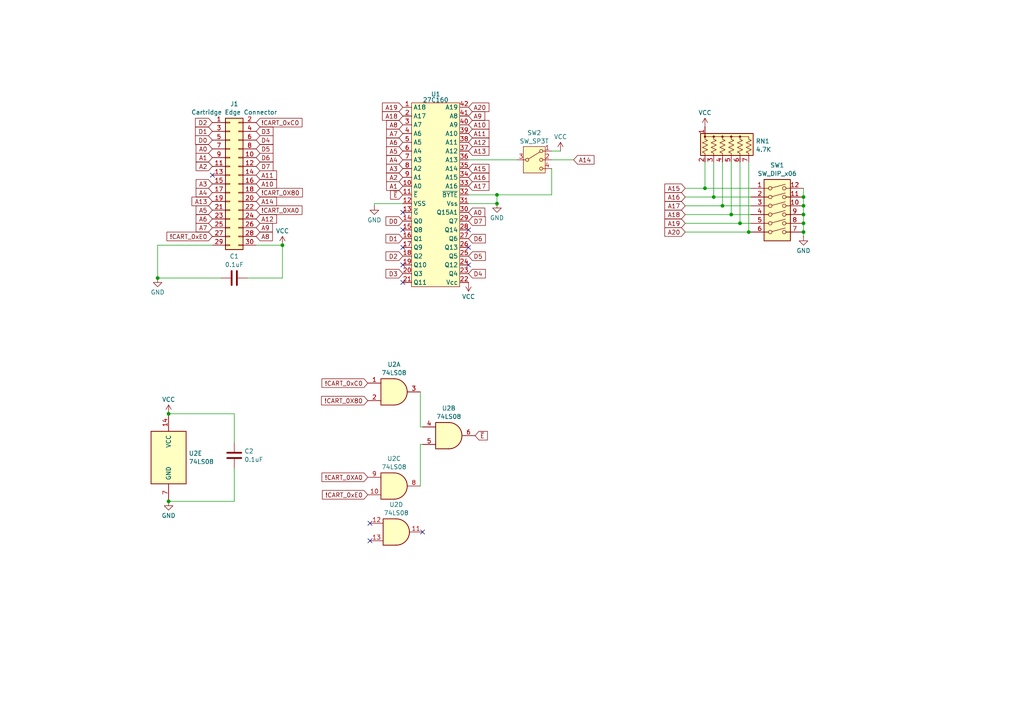
<source format=kicad_sch>
(kicad_sch
	(version 20231120)
	(generator "eeschema")
	(generator_version "8.0")
	(uuid "0db52ba7-1ac8-49ea-b814-8995033a00b3")
	(paper "A4")
	(lib_symbols
		(symbol "74xx:74LS08"
			(pin_names
				(offset 1.016)
			)
			(exclude_from_sim no)
			(in_bom yes)
			(on_board yes)
			(property "Reference" "U"
				(at 0 1.27 0)
				(effects
					(font
						(size 1.27 1.27)
					)
				)
			)
			(property "Value" "74LS08"
				(at 0 -1.27 0)
				(effects
					(font
						(size 1.27 1.27)
					)
				)
			)
			(property "Footprint" ""
				(at 0 0 0)
				(effects
					(font
						(size 1.27 1.27)
					)
					(hide yes)
				)
			)
			(property "Datasheet" "http://www.ti.com/lit/gpn/sn74LS08"
				(at 0 0 0)
				(effects
					(font
						(size 1.27 1.27)
					)
					(hide yes)
				)
			)
			(property "Description" "Quad And2"
				(at 0 0 0)
				(effects
					(font
						(size 1.27 1.27)
					)
					(hide yes)
				)
			)
			(property "ki_locked" ""
				(at 0 0 0)
				(effects
					(font
						(size 1.27 1.27)
					)
				)
			)
			(property "ki_keywords" "TTL and2"
				(at 0 0 0)
				(effects
					(font
						(size 1.27 1.27)
					)
					(hide yes)
				)
			)
			(property "ki_fp_filters" "DIP*W7.62mm*"
				(at 0 0 0)
				(effects
					(font
						(size 1.27 1.27)
					)
					(hide yes)
				)
			)
			(symbol "74LS08_1_1"
				(arc
					(start 0 -3.81)
					(mid 3.7934 0)
					(end 0 3.81)
					(stroke
						(width 0.254)
						(type default)
					)
					(fill
						(type background)
					)
				)
				(polyline
					(pts
						(xy 0 3.81) (xy -3.81 3.81) (xy -3.81 -3.81) (xy 0 -3.81)
					)
					(stroke
						(width 0.254)
						(type default)
					)
					(fill
						(type background)
					)
				)
				(pin input line
					(at -7.62 2.54 0)
					(length 3.81)
					(name "~"
						(effects
							(font
								(size 1.27 1.27)
							)
						)
					)
					(number "1"
						(effects
							(font
								(size 1.27 1.27)
							)
						)
					)
				)
				(pin input line
					(at -7.62 -2.54 0)
					(length 3.81)
					(name "~"
						(effects
							(font
								(size 1.27 1.27)
							)
						)
					)
					(number "2"
						(effects
							(font
								(size 1.27 1.27)
							)
						)
					)
				)
				(pin output line
					(at 7.62 0 180)
					(length 3.81)
					(name "~"
						(effects
							(font
								(size 1.27 1.27)
							)
						)
					)
					(number "3"
						(effects
							(font
								(size 1.27 1.27)
							)
						)
					)
				)
			)
			(symbol "74LS08_1_2"
				(arc
					(start -3.81 -3.81)
					(mid -2.589 0)
					(end -3.81 3.81)
					(stroke
						(width 0.254)
						(type default)
					)
					(fill
						(type none)
					)
				)
				(arc
					(start -0.6096 -3.81)
					(mid 2.1842 -2.5851)
					(end 3.81 0)
					(stroke
						(width 0.254)
						(type default)
					)
					(fill
						(type background)
					)
				)
				(polyline
					(pts
						(xy -3.81 -3.81) (xy -0.635 -3.81)
					)
					(stroke
						(width 0.254)
						(type default)
					)
					(fill
						(type background)
					)
				)
				(polyline
					(pts
						(xy -3.81 3.81) (xy -0.635 3.81)
					)
					(stroke
						(width 0.254)
						(type default)
					)
					(fill
						(type background)
					)
				)
				(polyline
					(pts
						(xy -0.635 3.81) (xy -3.81 3.81) (xy -3.81 3.81) (xy -3.556 3.4036) (xy -3.0226 2.2606) (xy -2.6924 1.0414)
						(xy -2.6162 -0.254) (xy -2.7686 -1.4986) (xy -3.175 -2.7178) (xy -3.81 -3.81) (xy -3.81 -3.81)
						(xy -0.635 -3.81)
					)
					(stroke
						(width -25.4)
						(type default)
					)
					(fill
						(type background)
					)
				)
				(arc
					(start 3.81 0)
					(mid 2.1915 2.5936)
					(end -0.6096 3.81)
					(stroke
						(width 0.254)
						(type default)
					)
					(fill
						(type background)
					)
				)
				(pin input inverted
					(at -7.62 2.54 0)
					(length 4.318)
					(name "~"
						(effects
							(font
								(size 1.27 1.27)
							)
						)
					)
					(number "1"
						(effects
							(font
								(size 1.27 1.27)
							)
						)
					)
				)
				(pin input inverted
					(at -7.62 -2.54 0)
					(length 4.318)
					(name "~"
						(effects
							(font
								(size 1.27 1.27)
							)
						)
					)
					(number "2"
						(effects
							(font
								(size 1.27 1.27)
							)
						)
					)
				)
				(pin output inverted
					(at 7.62 0 180)
					(length 3.81)
					(name "~"
						(effects
							(font
								(size 1.27 1.27)
							)
						)
					)
					(number "3"
						(effects
							(font
								(size 1.27 1.27)
							)
						)
					)
				)
			)
			(symbol "74LS08_2_1"
				(arc
					(start 0 -3.81)
					(mid 3.7934 0)
					(end 0 3.81)
					(stroke
						(width 0.254)
						(type default)
					)
					(fill
						(type background)
					)
				)
				(polyline
					(pts
						(xy 0 3.81) (xy -3.81 3.81) (xy -3.81 -3.81) (xy 0 -3.81)
					)
					(stroke
						(width 0.254)
						(type default)
					)
					(fill
						(type background)
					)
				)
				(pin input line
					(at -7.62 2.54 0)
					(length 3.81)
					(name "~"
						(effects
							(font
								(size 1.27 1.27)
							)
						)
					)
					(number "4"
						(effects
							(font
								(size 1.27 1.27)
							)
						)
					)
				)
				(pin input line
					(at -7.62 -2.54 0)
					(length 3.81)
					(name "~"
						(effects
							(font
								(size 1.27 1.27)
							)
						)
					)
					(number "5"
						(effects
							(font
								(size 1.27 1.27)
							)
						)
					)
				)
				(pin output line
					(at 7.62 0 180)
					(length 3.81)
					(name "~"
						(effects
							(font
								(size 1.27 1.27)
							)
						)
					)
					(number "6"
						(effects
							(font
								(size 1.27 1.27)
							)
						)
					)
				)
			)
			(symbol "74LS08_2_2"
				(arc
					(start -3.81 -3.81)
					(mid -2.589 0)
					(end -3.81 3.81)
					(stroke
						(width 0.254)
						(type default)
					)
					(fill
						(type none)
					)
				)
				(arc
					(start -0.6096 -3.81)
					(mid 2.1842 -2.5851)
					(end 3.81 0)
					(stroke
						(width 0.254)
						(type default)
					)
					(fill
						(type background)
					)
				)
				(polyline
					(pts
						(xy -3.81 -3.81) (xy -0.635 -3.81)
					)
					(stroke
						(width 0.254)
						(type default)
					)
					(fill
						(type background)
					)
				)
				(polyline
					(pts
						(xy -3.81 3.81) (xy -0.635 3.81)
					)
					(stroke
						(width 0.254)
						(type default)
					)
					(fill
						(type background)
					)
				)
				(polyline
					(pts
						(xy -0.635 3.81) (xy -3.81 3.81) (xy -3.81 3.81) (xy -3.556 3.4036) (xy -3.0226 2.2606) (xy -2.6924 1.0414)
						(xy -2.6162 -0.254) (xy -2.7686 -1.4986) (xy -3.175 -2.7178) (xy -3.81 -3.81) (xy -3.81 -3.81)
						(xy -0.635 -3.81)
					)
					(stroke
						(width -25.4)
						(type default)
					)
					(fill
						(type background)
					)
				)
				(arc
					(start 3.81 0)
					(mid 2.1915 2.5936)
					(end -0.6096 3.81)
					(stroke
						(width 0.254)
						(type default)
					)
					(fill
						(type background)
					)
				)
				(pin input inverted
					(at -7.62 2.54 0)
					(length 4.318)
					(name "~"
						(effects
							(font
								(size 1.27 1.27)
							)
						)
					)
					(number "4"
						(effects
							(font
								(size 1.27 1.27)
							)
						)
					)
				)
				(pin input inverted
					(at -7.62 -2.54 0)
					(length 4.318)
					(name "~"
						(effects
							(font
								(size 1.27 1.27)
							)
						)
					)
					(number "5"
						(effects
							(font
								(size 1.27 1.27)
							)
						)
					)
				)
				(pin output inverted
					(at 7.62 0 180)
					(length 3.81)
					(name "~"
						(effects
							(font
								(size 1.27 1.27)
							)
						)
					)
					(number "6"
						(effects
							(font
								(size 1.27 1.27)
							)
						)
					)
				)
			)
			(symbol "74LS08_3_1"
				(arc
					(start 0 -3.81)
					(mid 3.7934 0)
					(end 0 3.81)
					(stroke
						(width 0.254)
						(type default)
					)
					(fill
						(type background)
					)
				)
				(polyline
					(pts
						(xy 0 3.81) (xy -3.81 3.81) (xy -3.81 -3.81) (xy 0 -3.81)
					)
					(stroke
						(width 0.254)
						(type default)
					)
					(fill
						(type background)
					)
				)
				(pin input line
					(at -7.62 -2.54 0)
					(length 3.81)
					(name "~"
						(effects
							(font
								(size 1.27 1.27)
							)
						)
					)
					(number "10"
						(effects
							(font
								(size 1.27 1.27)
							)
						)
					)
				)
				(pin output line
					(at 7.62 0 180)
					(length 3.81)
					(name "~"
						(effects
							(font
								(size 1.27 1.27)
							)
						)
					)
					(number "8"
						(effects
							(font
								(size 1.27 1.27)
							)
						)
					)
				)
				(pin input line
					(at -7.62 2.54 0)
					(length 3.81)
					(name "~"
						(effects
							(font
								(size 1.27 1.27)
							)
						)
					)
					(number "9"
						(effects
							(font
								(size 1.27 1.27)
							)
						)
					)
				)
			)
			(symbol "74LS08_3_2"
				(arc
					(start -3.81 -3.81)
					(mid -2.589 0)
					(end -3.81 3.81)
					(stroke
						(width 0.254)
						(type default)
					)
					(fill
						(type none)
					)
				)
				(arc
					(start -0.6096 -3.81)
					(mid 2.1842 -2.5851)
					(end 3.81 0)
					(stroke
						(width 0.254)
						(type default)
					)
					(fill
						(type background)
					)
				)
				(polyline
					(pts
						(xy -3.81 -3.81) (xy -0.635 -3.81)
					)
					(stroke
						(width 0.254)
						(type default)
					)
					(fill
						(type background)
					)
				)
				(polyline
					(pts
						(xy -3.81 3.81) (xy -0.635 3.81)
					)
					(stroke
						(width 0.254)
						(type default)
					)
					(fill
						(type background)
					)
				)
				(polyline
					(pts
						(xy -0.635 3.81) (xy -3.81 3.81) (xy -3.81 3.81) (xy -3.556 3.4036) (xy -3.0226 2.2606) (xy -2.6924 1.0414)
						(xy -2.6162 -0.254) (xy -2.7686 -1.4986) (xy -3.175 -2.7178) (xy -3.81 -3.81) (xy -3.81 -3.81)
						(xy -0.635 -3.81)
					)
					(stroke
						(width -25.4)
						(type default)
					)
					(fill
						(type background)
					)
				)
				(arc
					(start 3.81 0)
					(mid 2.1915 2.5936)
					(end -0.6096 3.81)
					(stroke
						(width 0.254)
						(type default)
					)
					(fill
						(type background)
					)
				)
				(pin input inverted
					(at -7.62 -2.54 0)
					(length 4.318)
					(name "~"
						(effects
							(font
								(size 1.27 1.27)
							)
						)
					)
					(number "10"
						(effects
							(font
								(size 1.27 1.27)
							)
						)
					)
				)
				(pin output inverted
					(at 7.62 0 180)
					(length 3.81)
					(name "~"
						(effects
							(font
								(size 1.27 1.27)
							)
						)
					)
					(number "8"
						(effects
							(font
								(size 1.27 1.27)
							)
						)
					)
				)
				(pin input inverted
					(at -7.62 2.54 0)
					(length 4.318)
					(name "~"
						(effects
							(font
								(size 1.27 1.27)
							)
						)
					)
					(number "9"
						(effects
							(font
								(size 1.27 1.27)
							)
						)
					)
				)
			)
			(symbol "74LS08_4_1"
				(arc
					(start 0 -3.81)
					(mid 3.7934 0)
					(end 0 3.81)
					(stroke
						(width 0.254)
						(type default)
					)
					(fill
						(type background)
					)
				)
				(polyline
					(pts
						(xy 0 3.81) (xy -3.81 3.81) (xy -3.81 -3.81) (xy 0 -3.81)
					)
					(stroke
						(width 0.254)
						(type default)
					)
					(fill
						(type background)
					)
				)
				(pin output line
					(at 7.62 0 180)
					(length 3.81)
					(name "~"
						(effects
							(font
								(size 1.27 1.27)
							)
						)
					)
					(number "11"
						(effects
							(font
								(size 1.27 1.27)
							)
						)
					)
				)
				(pin input line
					(at -7.62 2.54 0)
					(length 3.81)
					(name "~"
						(effects
							(font
								(size 1.27 1.27)
							)
						)
					)
					(number "12"
						(effects
							(font
								(size 1.27 1.27)
							)
						)
					)
				)
				(pin input line
					(at -7.62 -2.54 0)
					(length 3.81)
					(name "~"
						(effects
							(font
								(size 1.27 1.27)
							)
						)
					)
					(number "13"
						(effects
							(font
								(size 1.27 1.27)
							)
						)
					)
				)
			)
			(symbol "74LS08_4_2"
				(arc
					(start -3.81 -3.81)
					(mid -2.589 0)
					(end -3.81 3.81)
					(stroke
						(width 0.254)
						(type default)
					)
					(fill
						(type none)
					)
				)
				(arc
					(start -0.6096 -3.81)
					(mid 2.1842 -2.5851)
					(end 3.81 0)
					(stroke
						(width 0.254)
						(type default)
					)
					(fill
						(type background)
					)
				)
				(polyline
					(pts
						(xy -3.81 -3.81) (xy -0.635 -3.81)
					)
					(stroke
						(width 0.254)
						(type default)
					)
					(fill
						(type background)
					)
				)
				(polyline
					(pts
						(xy -3.81 3.81) (xy -0.635 3.81)
					)
					(stroke
						(width 0.254)
						(type default)
					)
					(fill
						(type background)
					)
				)
				(polyline
					(pts
						(xy -0.635 3.81) (xy -3.81 3.81) (xy -3.81 3.81) (xy -3.556 3.4036) (xy -3.0226 2.2606) (xy -2.6924 1.0414)
						(xy -2.6162 -0.254) (xy -2.7686 -1.4986) (xy -3.175 -2.7178) (xy -3.81 -3.81) (xy -3.81 -3.81)
						(xy -0.635 -3.81)
					)
					(stroke
						(width -25.4)
						(type default)
					)
					(fill
						(type background)
					)
				)
				(arc
					(start 3.81 0)
					(mid 2.1915 2.5936)
					(end -0.6096 3.81)
					(stroke
						(width 0.254)
						(type default)
					)
					(fill
						(type background)
					)
				)
				(pin output inverted
					(at 7.62 0 180)
					(length 3.81)
					(name "~"
						(effects
							(font
								(size 1.27 1.27)
							)
						)
					)
					(number "11"
						(effects
							(font
								(size 1.27 1.27)
							)
						)
					)
				)
				(pin input inverted
					(at -7.62 2.54 0)
					(length 4.318)
					(name "~"
						(effects
							(font
								(size 1.27 1.27)
							)
						)
					)
					(number "12"
						(effects
							(font
								(size 1.27 1.27)
							)
						)
					)
				)
				(pin input inverted
					(at -7.62 -2.54 0)
					(length 4.318)
					(name "~"
						(effects
							(font
								(size 1.27 1.27)
							)
						)
					)
					(number "13"
						(effects
							(font
								(size 1.27 1.27)
							)
						)
					)
				)
			)
			(symbol "74LS08_5_0"
				(pin power_in line
					(at 0 12.7 270)
					(length 5.08)
					(name "VCC"
						(effects
							(font
								(size 1.27 1.27)
							)
						)
					)
					(number "14"
						(effects
							(font
								(size 1.27 1.27)
							)
						)
					)
				)
				(pin power_in line
					(at 0 -12.7 90)
					(length 5.08)
					(name "GND"
						(effects
							(font
								(size 1.27 1.27)
							)
						)
					)
					(number "7"
						(effects
							(font
								(size 1.27 1.27)
							)
						)
					)
				)
			)
			(symbol "74LS08_5_1"
				(rectangle
					(start -5.08 7.62)
					(end 5.08 -7.62)
					(stroke
						(width 0.254)
						(type default)
					)
					(fill
						(type background)
					)
				)
			)
		)
		(symbol "Connector_Generic:Conn_02x15_Odd_Even"
			(pin_names
				(offset 1.016) hide)
			(exclude_from_sim no)
			(in_bom yes)
			(on_board yes)
			(property "Reference" "J"
				(at 1.27 20.32 0)
				(effects
					(font
						(size 1.27 1.27)
					)
				)
			)
			(property "Value" "Conn_02x15_Odd_Even"
				(at 1.27 -20.32 0)
				(effects
					(font
						(size 1.27 1.27)
					)
				)
			)
			(property "Footprint" ""
				(at 0 0 0)
				(effects
					(font
						(size 1.27 1.27)
					)
					(hide yes)
				)
			)
			(property "Datasheet" "~"
				(at 0 0 0)
				(effects
					(font
						(size 1.27 1.27)
					)
					(hide yes)
				)
			)
			(property "Description" "Generic connector, double row, 02x15, odd/even pin numbering scheme (row 1 odd numbers, row 2 even numbers), script generated (kicad-library-utils/schlib/autogen/connector/)"
				(at 0 0 0)
				(effects
					(font
						(size 1.27 1.27)
					)
					(hide yes)
				)
			)
			(property "ki_keywords" "connector"
				(at 0 0 0)
				(effects
					(font
						(size 1.27 1.27)
					)
					(hide yes)
				)
			)
			(property "ki_fp_filters" "Connector*:*_2x??_*"
				(at 0 0 0)
				(effects
					(font
						(size 1.27 1.27)
					)
					(hide yes)
				)
			)
			(symbol "Conn_02x15_Odd_Even_1_1"
				(rectangle
					(start -1.27 -17.653)
					(end 0 -17.907)
					(stroke
						(width 0.1524)
						(type default)
					)
					(fill
						(type none)
					)
				)
				(rectangle
					(start -1.27 -15.113)
					(end 0 -15.367)
					(stroke
						(width 0.1524)
						(type default)
					)
					(fill
						(type none)
					)
				)
				(rectangle
					(start -1.27 -12.573)
					(end 0 -12.827)
					(stroke
						(width 0.1524)
						(type default)
					)
					(fill
						(type none)
					)
				)
				(rectangle
					(start -1.27 -10.033)
					(end 0 -10.287)
					(stroke
						(width 0.1524)
						(type default)
					)
					(fill
						(type none)
					)
				)
				(rectangle
					(start -1.27 -7.493)
					(end 0 -7.747)
					(stroke
						(width 0.1524)
						(type default)
					)
					(fill
						(type none)
					)
				)
				(rectangle
					(start -1.27 -4.953)
					(end 0 -5.207)
					(stroke
						(width 0.1524)
						(type default)
					)
					(fill
						(type none)
					)
				)
				(rectangle
					(start -1.27 -2.413)
					(end 0 -2.667)
					(stroke
						(width 0.1524)
						(type default)
					)
					(fill
						(type none)
					)
				)
				(rectangle
					(start -1.27 0.127)
					(end 0 -0.127)
					(stroke
						(width 0.1524)
						(type default)
					)
					(fill
						(type none)
					)
				)
				(rectangle
					(start -1.27 2.667)
					(end 0 2.413)
					(stroke
						(width 0.1524)
						(type default)
					)
					(fill
						(type none)
					)
				)
				(rectangle
					(start -1.27 5.207)
					(end 0 4.953)
					(stroke
						(width 0.1524)
						(type default)
					)
					(fill
						(type none)
					)
				)
				(rectangle
					(start -1.27 7.747)
					(end 0 7.493)
					(stroke
						(width 0.1524)
						(type default)
					)
					(fill
						(type none)
					)
				)
				(rectangle
					(start -1.27 10.287)
					(end 0 10.033)
					(stroke
						(width 0.1524)
						(type default)
					)
					(fill
						(type none)
					)
				)
				(rectangle
					(start -1.27 12.827)
					(end 0 12.573)
					(stroke
						(width 0.1524)
						(type default)
					)
					(fill
						(type none)
					)
				)
				(rectangle
					(start -1.27 15.367)
					(end 0 15.113)
					(stroke
						(width 0.1524)
						(type default)
					)
					(fill
						(type none)
					)
				)
				(rectangle
					(start -1.27 17.907)
					(end 0 17.653)
					(stroke
						(width 0.1524)
						(type default)
					)
					(fill
						(type none)
					)
				)
				(rectangle
					(start -1.27 19.05)
					(end 3.81 -19.05)
					(stroke
						(width 0.254)
						(type default)
					)
					(fill
						(type background)
					)
				)
				(rectangle
					(start 3.81 -17.653)
					(end 2.54 -17.907)
					(stroke
						(width 0.1524)
						(type default)
					)
					(fill
						(type none)
					)
				)
				(rectangle
					(start 3.81 -15.113)
					(end 2.54 -15.367)
					(stroke
						(width 0.1524)
						(type default)
					)
					(fill
						(type none)
					)
				)
				(rectangle
					(start 3.81 -12.573)
					(end 2.54 -12.827)
					(stroke
						(width 0.1524)
						(type default)
					)
					(fill
						(type none)
					)
				)
				(rectangle
					(start 3.81 -10.033)
					(end 2.54 -10.287)
					(stroke
						(width 0.1524)
						(type default)
					)
					(fill
						(type none)
					)
				)
				(rectangle
					(start 3.81 -7.493)
					(end 2.54 -7.747)
					(stroke
						(width 0.1524)
						(type default)
					)
					(fill
						(type none)
					)
				)
				(rectangle
					(start 3.81 -4.953)
					(end 2.54 -5.207)
					(stroke
						(width 0.1524)
						(type default)
					)
					(fill
						(type none)
					)
				)
				(rectangle
					(start 3.81 -2.413)
					(end 2.54 -2.667)
					(stroke
						(width 0.1524)
						(type default)
					)
					(fill
						(type none)
					)
				)
				(rectangle
					(start 3.81 0.127)
					(end 2.54 -0.127)
					(stroke
						(width 0.1524)
						(type default)
					)
					(fill
						(type none)
					)
				)
				(rectangle
					(start 3.81 2.667)
					(end 2.54 2.413)
					(stroke
						(width 0.1524)
						(type default)
					)
					(fill
						(type none)
					)
				)
				(rectangle
					(start 3.81 5.207)
					(end 2.54 4.953)
					(stroke
						(width 0.1524)
						(type default)
					)
					(fill
						(type none)
					)
				)
				(rectangle
					(start 3.81 7.747)
					(end 2.54 7.493)
					(stroke
						(width 0.1524)
						(type default)
					)
					(fill
						(type none)
					)
				)
				(rectangle
					(start 3.81 10.287)
					(end 2.54 10.033)
					(stroke
						(width 0.1524)
						(type default)
					)
					(fill
						(type none)
					)
				)
				(rectangle
					(start 3.81 12.827)
					(end 2.54 12.573)
					(stroke
						(width 0.1524)
						(type default)
					)
					(fill
						(type none)
					)
				)
				(rectangle
					(start 3.81 15.367)
					(end 2.54 15.113)
					(stroke
						(width 0.1524)
						(type default)
					)
					(fill
						(type none)
					)
				)
				(rectangle
					(start 3.81 17.907)
					(end 2.54 17.653)
					(stroke
						(width 0.1524)
						(type default)
					)
					(fill
						(type none)
					)
				)
				(pin passive line
					(at -5.08 17.78 0)
					(length 3.81)
					(name "Pin_1"
						(effects
							(font
								(size 1.27 1.27)
							)
						)
					)
					(number "1"
						(effects
							(font
								(size 1.27 1.27)
							)
						)
					)
				)
				(pin passive line
					(at 7.62 7.62 180)
					(length 3.81)
					(name "Pin_10"
						(effects
							(font
								(size 1.27 1.27)
							)
						)
					)
					(number "10"
						(effects
							(font
								(size 1.27 1.27)
							)
						)
					)
				)
				(pin passive line
					(at -5.08 5.08 0)
					(length 3.81)
					(name "Pin_11"
						(effects
							(font
								(size 1.27 1.27)
							)
						)
					)
					(number "11"
						(effects
							(font
								(size 1.27 1.27)
							)
						)
					)
				)
				(pin passive line
					(at 7.62 5.08 180)
					(length 3.81)
					(name "Pin_12"
						(effects
							(font
								(size 1.27 1.27)
							)
						)
					)
					(number "12"
						(effects
							(font
								(size 1.27 1.27)
							)
						)
					)
				)
				(pin passive line
					(at -5.08 2.54 0)
					(length 3.81)
					(name "Pin_13"
						(effects
							(font
								(size 1.27 1.27)
							)
						)
					)
					(number "13"
						(effects
							(font
								(size 1.27 1.27)
							)
						)
					)
				)
				(pin passive line
					(at 7.62 2.54 180)
					(length 3.81)
					(name "Pin_14"
						(effects
							(font
								(size 1.27 1.27)
							)
						)
					)
					(number "14"
						(effects
							(font
								(size 1.27 1.27)
							)
						)
					)
				)
				(pin passive line
					(at -5.08 0 0)
					(length 3.81)
					(name "Pin_15"
						(effects
							(font
								(size 1.27 1.27)
							)
						)
					)
					(number "15"
						(effects
							(font
								(size 1.27 1.27)
							)
						)
					)
				)
				(pin passive line
					(at 7.62 0 180)
					(length 3.81)
					(name "Pin_16"
						(effects
							(font
								(size 1.27 1.27)
							)
						)
					)
					(number "16"
						(effects
							(font
								(size 1.27 1.27)
							)
						)
					)
				)
				(pin passive line
					(at -5.08 -2.54 0)
					(length 3.81)
					(name "Pin_17"
						(effects
							(font
								(size 1.27 1.27)
							)
						)
					)
					(number "17"
						(effects
							(font
								(size 1.27 1.27)
							)
						)
					)
				)
				(pin passive line
					(at 7.62 -2.54 180)
					(length 3.81)
					(name "Pin_18"
						(effects
							(font
								(size 1.27 1.27)
							)
						)
					)
					(number "18"
						(effects
							(font
								(size 1.27 1.27)
							)
						)
					)
				)
				(pin passive line
					(at -5.08 -5.08 0)
					(length 3.81)
					(name "Pin_19"
						(effects
							(font
								(size 1.27 1.27)
							)
						)
					)
					(number "19"
						(effects
							(font
								(size 1.27 1.27)
							)
						)
					)
				)
				(pin passive line
					(at 7.62 17.78 180)
					(length 3.81)
					(name "Pin_2"
						(effects
							(font
								(size 1.27 1.27)
							)
						)
					)
					(number "2"
						(effects
							(font
								(size 1.27 1.27)
							)
						)
					)
				)
				(pin passive line
					(at 7.62 -5.08 180)
					(length 3.81)
					(name "Pin_20"
						(effects
							(font
								(size 1.27 1.27)
							)
						)
					)
					(number "20"
						(effects
							(font
								(size 1.27 1.27)
							)
						)
					)
				)
				(pin passive line
					(at -5.08 -7.62 0)
					(length 3.81)
					(name "Pin_21"
						(effects
							(font
								(size 1.27 1.27)
							)
						)
					)
					(number "21"
						(effects
							(font
								(size 1.27 1.27)
							)
						)
					)
				)
				(pin passive line
					(at 7.62 -7.62 180)
					(length 3.81)
					(name "Pin_22"
						(effects
							(font
								(size 1.27 1.27)
							)
						)
					)
					(number "22"
						(effects
							(font
								(size 1.27 1.27)
							)
						)
					)
				)
				(pin passive line
					(at -5.08 -10.16 0)
					(length 3.81)
					(name "Pin_23"
						(effects
							(font
								(size 1.27 1.27)
							)
						)
					)
					(number "23"
						(effects
							(font
								(size 1.27 1.27)
							)
						)
					)
				)
				(pin passive line
					(at 7.62 -10.16 180)
					(length 3.81)
					(name "Pin_24"
						(effects
							(font
								(size 1.27 1.27)
							)
						)
					)
					(number "24"
						(effects
							(font
								(size 1.27 1.27)
							)
						)
					)
				)
				(pin passive line
					(at -5.08 -12.7 0)
					(length 3.81)
					(name "Pin_25"
						(effects
							(font
								(size 1.27 1.27)
							)
						)
					)
					(number "25"
						(effects
							(font
								(size 1.27 1.27)
							)
						)
					)
				)
				(pin passive line
					(at 7.62 -12.7 180)
					(length 3.81)
					(name "Pin_26"
						(effects
							(font
								(size 1.27 1.27)
							)
						)
					)
					(number "26"
						(effects
							(font
								(size 1.27 1.27)
							)
						)
					)
				)
				(pin passive line
					(at -5.08 -15.24 0)
					(length 3.81)
					(name "Pin_27"
						(effects
							(font
								(size 1.27 1.27)
							)
						)
					)
					(number "27"
						(effects
							(font
								(size 1.27 1.27)
							)
						)
					)
				)
				(pin passive line
					(at 7.62 -15.24 180)
					(length 3.81)
					(name "Pin_28"
						(effects
							(font
								(size 1.27 1.27)
							)
						)
					)
					(number "28"
						(effects
							(font
								(size 1.27 1.27)
							)
						)
					)
				)
				(pin passive line
					(at -5.08 -17.78 0)
					(length 3.81)
					(name "Pin_29"
						(effects
							(font
								(size 1.27 1.27)
							)
						)
					)
					(number "29"
						(effects
							(font
								(size 1.27 1.27)
							)
						)
					)
				)
				(pin passive line
					(at -5.08 15.24 0)
					(length 3.81)
					(name "Pin_3"
						(effects
							(font
								(size 1.27 1.27)
							)
						)
					)
					(number "3"
						(effects
							(font
								(size 1.27 1.27)
							)
						)
					)
				)
				(pin passive line
					(at 7.62 -17.78 180)
					(length 3.81)
					(name "Pin_30"
						(effects
							(font
								(size 1.27 1.27)
							)
						)
					)
					(number "30"
						(effects
							(font
								(size 1.27 1.27)
							)
						)
					)
				)
				(pin passive line
					(at 7.62 15.24 180)
					(length 3.81)
					(name "Pin_4"
						(effects
							(font
								(size 1.27 1.27)
							)
						)
					)
					(number "4"
						(effects
							(font
								(size 1.27 1.27)
							)
						)
					)
				)
				(pin passive line
					(at -5.08 12.7 0)
					(length 3.81)
					(name "Pin_5"
						(effects
							(font
								(size 1.27 1.27)
							)
						)
					)
					(number "5"
						(effects
							(font
								(size 1.27 1.27)
							)
						)
					)
				)
				(pin passive line
					(at 7.62 12.7 180)
					(length 3.81)
					(name "Pin_6"
						(effects
							(font
								(size 1.27 1.27)
							)
						)
					)
					(number "6"
						(effects
							(font
								(size 1.27 1.27)
							)
						)
					)
				)
				(pin passive line
					(at -5.08 10.16 0)
					(length 3.81)
					(name "Pin_7"
						(effects
							(font
								(size 1.27 1.27)
							)
						)
					)
					(number "7"
						(effects
							(font
								(size 1.27 1.27)
							)
						)
					)
				)
				(pin passive line
					(at 7.62 10.16 180)
					(length 3.81)
					(name "Pin_8"
						(effects
							(font
								(size 1.27 1.27)
							)
						)
					)
					(number "8"
						(effects
							(font
								(size 1.27 1.27)
							)
						)
					)
				)
				(pin passive line
					(at -5.08 7.62 0)
					(length 3.81)
					(name "Pin_9"
						(effects
							(font
								(size 1.27 1.27)
							)
						)
					)
					(number "9"
						(effects
							(font
								(size 1.27 1.27)
							)
						)
					)
				)
			)
		)
		(symbol "Device:C"
			(pin_numbers hide)
			(pin_names
				(offset 0.254)
			)
			(exclude_from_sim no)
			(in_bom yes)
			(on_board yes)
			(property "Reference" "C"
				(at 0.635 2.54 0)
				(effects
					(font
						(size 1.27 1.27)
					)
					(justify left)
				)
			)
			(property "Value" "C"
				(at 0.635 -2.54 0)
				(effects
					(font
						(size 1.27 1.27)
					)
					(justify left)
				)
			)
			(property "Footprint" ""
				(at 0.9652 -3.81 0)
				(effects
					(font
						(size 1.27 1.27)
					)
					(hide yes)
				)
			)
			(property "Datasheet" "~"
				(at 0 0 0)
				(effects
					(font
						(size 1.27 1.27)
					)
					(hide yes)
				)
			)
			(property "Description" "Unpolarized capacitor"
				(at 0 0 0)
				(effects
					(font
						(size 1.27 1.27)
					)
					(hide yes)
				)
			)
			(property "ki_keywords" "cap capacitor"
				(at 0 0 0)
				(effects
					(font
						(size 1.27 1.27)
					)
					(hide yes)
				)
			)
			(property "ki_fp_filters" "C_*"
				(at 0 0 0)
				(effects
					(font
						(size 1.27 1.27)
					)
					(hide yes)
				)
			)
			(symbol "C_0_1"
				(polyline
					(pts
						(xy -2.032 -0.762) (xy 2.032 -0.762)
					)
					(stroke
						(width 0.508)
						(type default)
					)
					(fill
						(type none)
					)
				)
				(polyline
					(pts
						(xy -2.032 0.762) (xy 2.032 0.762)
					)
					(stroke
						(width 0.508)
						(type default)
					)
					(fill
						(type none)
					)
				)
			)
			(symbol "C_1_1"
				(pin passive line
					(at 0 3.81 270)
					(length 2.794)
					(name "~"
						(effects
							(font
								(size 1.27 1.27)
							)
						)
					)
					(number "1"
						(effects
							(font
								(size 1.27 1.27)
							)
						)
					)
				)
				(pin passive line
					(at 0 -3.81 90)
					(length 2.794)
					(name "~"
						(effects
							(font
								(size 1.27 1.27)
							)
						)
					)
					(number "2"
						(effects
							(font
								(size 1.27 1.27)
							)
						)
					)
				)
			)
		)
		(symbol "Device:R_Network06_US"
			(pin_names
				(offset 0) hide)
			(exclude_from_sim no)
			(in_bom yes)
			(on_board yes)
			(property "Reference" "RN"
				(at -10.16 0 90)
				(effects
					(font
						(size 1.27 1.27)
					)
				)
			)
			(property "Value" "R_Network06_US"
				(at 7.62 0 90)
				(effects
					(font
						(size 1.27 1.27)
					)
				)
			)
			(property "Footprint" "Resistor_THT:R_Array_SIP7"
				(at 9.525 0 90)
				(effects
					(font
						(size 1.27 1.27)
					)
					(hide yes)
				)
			)
			(property "Datasheet" "http://www.vishay.com/docs/31509/csc.pdf"
				(at 0 0 0)
				(effects
					(font
						(size 1.27 1.27)
					)
					(hide yes)
				)
			)
			(property "Description" "6 resistor network, star topology, bussed resistors, small US symbol"
				(at 0 0 0)
				(effects
					(font
						(size 1.27 1.27)
					)
					(hide yes)
				)
			)
			(property "ki_keywords" "R network star-topology"
				(at 0 0 0)
				(effects
					(font
						(size 1.27 1.27)
					)
					(hide yes)
				)
			)
			(property "ki_fp_filters" "R?Array?SIP*"
				(at 0 0 0)
				(effects
					(font
						(size 1.27 1.27)
					)
					(hide yes)
				)
			)
			(symbol "R_Network06_US_0_1"
				(rectangle
					(start -8.89 -3.175)
					(end 6.35 3.175)
					(stroke
						(width 0.254)
						(type default)
					)
					(fill
						(type background)
					)
				)
				(circle
					(center -7.62 2.286)
					(radius 0.254)
					(stroke
						(width 0)
						(type default)
					)
					(fill
						(type outline)
					)
				)
				(circle
					(center -5.08 2.286)
					(radius 0.254)
					(stroke
						(width 0)
						(type default)
					)
					(fill
						(type outline)
					)
				)
				(circle
					(center -2.54 2.286)
					(radius 0.254)
					(stroke
						(width 0)
						(type default)
					)
					(fill
						(type outline)
					)
				)
				(polyline
					(pts
						(xy -7.62 2.286) (xy 5.08 2.286)
					)
					(stroke
						(width 0)
						(type default)
					)
					(fill
						(type none)
					)
				)
				(polyline
					(pts
						(xy -7.62 2.286) (xy -7.62 1.524) (xy -6.858 1.1684) (xy -8.382 0.508) (xy -6.858 -0.1524) (xy -8.382 -0.8382)
						(xy -6.858 -1.524) (xy -8.382 -2.1844) (xy -7.62 -2.54) (xy -7.62 -3.81)
					)
					(stroke
						(width 0)
						(type default)
					)
					(fill
						(type none)
					)
				)
				(polyline
					(pts
						(xy -5.08 2.286) (xy -5.08 1.524) (xy -4.318 1.1684) (xy -5.842 0.508) (xy -4.318 -0.1524) (xy -5.842 -0.8382)
						(xy -4.318 -1.524) (xy -5.842 -2.1844) (xy -5.08 -2.54) (xy -5.08 -3.81)
					)
					(stroke
						(width 0)
						(type default)
					)
					(fill
						(type none)
					)
				)
				(polyline
					(pts
						(xy -2.54 2.286) (xy -2.54 1.524) (xy -1.778 1.1684) (xy -3.302 0.508) (xy -1.778 -0.1524) (xy -3.302 -0.8382)
						(xy -1.778 -1.524) (xy -3.302 -2.1844) (xy -2.54 -2.54) (xy -2.54 -3.81)
					)
					(stroke
						(width 0)
						(type default)
					)
					(fill
						(type none)
					)
				)
				(polyline
					(pts
						(xy 0 2.286) (xy 0 1.524) (xy 0.762 1.1684) (xy -0.762 0.508) (xy 0.762 -0.1524) (xy -0.762 -0.8382)
						(xy 0.762 -1.524) (xy -0.762 -2.1844) (xy 0 -2.54) (xy 0 -3.81)
					)
					(stroke
						(width 0)
						(type default)
					)
					(fill
						(type none)
					)
				)
				(polyline
					(pts
						(xy 2.54 2.286) (xy 2.54 1.524) (xy 3.302 1.1684) (xy 1.778 0.508) (xy 3.302 -0.1524) (xy 1.778 -0.8382)
						(xy 3.302 -1.524) (xy 1.778 -2.1844) (xy 2.54 -2.54) (xy 2.54 -3.81)
					)
					(stroke
						(width 0)
						(type default)
					)
					(fill
						(type none)
					)
				)
				(polyline
					(pts
						(xy 5.08 2.286) (xy 5.08 1.524) (xy 5.842 1.1684) (xy 4.318 0.508) (xy 5.842 -0.1524) (xy 4.318 -0.8382)
						(xy 5.842 -1.524) (xy 4.318 -2.1844) (xy 5.08 -2.54) (xy 5.08 -3.81)
					)
					(stroke
						(width 0)
						(type default)
					)
					(fill
						(type none)
					)
				)
				(circle
					(center 0 2.286)
					(radius 0.254)
					(stroke
						(width 0)
						(type default)
					)
					(fill
						(type outline)
					)
				)
				(circle
					(center 2.54 2.286)
					(radius 0.254)
					(stroke
						(width 0)
						(type default)
					)
					(fill
						(type outline)
					)
				)
			)
			(symbol "R_Network06_US_1_1"
				(pin passive line
					(at -7.62 5.08 270)
					(length 2.54)
					(name "common"
						(effects
							(font
								(size 1.27 1.27)
							)
						)
					)
					(number "1"
						(effects
							(font
								(size 1.27 1.27)
							)
						)
					)
				)
				(pin passive line
					(at -7.62 -5.08 90)
					(length 1.27)
					(name "R1"
						(effects
							(font
								(size 1.27 1.27)
							)
						)
					)
					(number "2"
						(effects
							(font
								(size 1.27 1.27)
							)
						)
					)
				)
				(pin passive line
					(at -5.08 -5.08 90)
					(length 1.27)
					(name "R2"
						(effects
							(font
								(size 1.27 1.27)
							)
						)
					)
					(number "3"
						(effects
							(font
								(size 1.27 1.27)
							)
						)
					)
				)
				(pin passive line
					(at -2.54 -5.08 90)
					(length 1.27)
					(name "R3"
						(effects
							(font
								(size 1.27 1.27)
							)
						)
					)
					(number "4"
						(effects
							(font
								(size 1.27 1.27)
							)
						)
					)
				)
				(pin passive line
					(at 0 -5.08 90)
					(length 1.27)
					(name "R4"
						(effects
							(font
								(size 1.27 1.27)
							)
						)
					)
					(number "5"
						(effects
							(font
								(size 1.27 1.27)
							)
						)
					)
				)
				(pin passive line
					(at 2.54 -5.08 90)
					(length 1.27)
					(name "R5"
						(effects
							(font
								(size 1.27 1.27)
							)
						)
					)
					(number "6"
						(effects
							(font
								(size 1.27 1.27)
							)
						)
					)
				)
				(pin passive line
					(at 5.08 -5.08 90)
					(length 1.27)
					(name "R6"
						(effects
							(font
								(size 1.27 1.27)
							)
						)
					)
					(number "7"
						(effects
							(font
								(size 1.27 1.27)
							)
						)
					)
				)
			)
		)
		(symbol "EPROMs:M27C160"
			(exclude_from_sim no)
			(in_bom yes)
			(on_board yes)
			(property "Reference" "U"
				(at 0 0 0)
				(effects
					(font
						(size 1.27 1.27)
					)
				)
			)
			(property "Value" ""
				(at 0 0 0)
				(effects
					(font
						(size 1.27 1.27)
					)
				)
			)
			(property "Footprint" ""
				(at 0 0 0)
				(effects
					(font
						(size 1.27 1.27)
					)
					(hide yes)
				)
			)
			(property "Datasheet" ""
				(at 0 0 0)
				(effects
					(font
						(size 1.27 1.27)
					)
					(hide yes)
				)
			)
			(property "Description" ""
				(at 0 0 0)
				(effects
					(font
						(size 1.27 1.27)
					)
					(hide yes)
				)
			)
			(symbol "M27C160_1_1"
				(rectangle
					(start -6.35 -2.54)
					(end 7.62 -55.88)
					(stroke
						(width 0)
						(type default)
					)
					(fill
						(type background)
					)
				)
				(pin input line
					(at -8.89 -3.81 0)
					(length 2.54)
					(name "A18"
						(effects
							(font
								(size 1.27 1.27)
							)
						)
					)
					(number "1"
						(effects
							(font
								(size 1.27 1.27)
							)
						)
					)
				)
				(pin input line
					(at -8.89 -26.67 0)
					(length 2.54)
					(name "A0"
						(effects
							(font
								(size 1.27 1.27)
							)
						)
					)
					(number "10"
						(effects
							(font
								(size 1.27 1.27)
							)
						)
					)
				)
				(pin input line
					(at -8.89 -29.21 0)
					(length 2.54)
					(name "~{E}"
						(effects
							(font
								(size 1.27 1.27)
							)
						)
					)
					(number "11"
						(effects
							(font
								(size 1.27 1.27)
							)
						)
					)
				)
				(pin power_in line
					(at -8.89 -31.75 0)
					(length 2.54)
					(name "VSS"
						(effects
							(font
								(size 1.27 1.27)
							)
						)
					)
					(number "12"
						(effects
							(font
								(size 1.27 1.27)
							)
						)
					)
				)
				(pin input line
					(at -8.89 -34.29 0)
					(length 2.54)
					(name "~{G}"
						(effects
							(font
								(size 1.27 1.27)
							)
						)
					)
					(number "13"
						(effects
							(font
								(size 1.27 1.27)
							)
						)
					)
				)
				(pin bidirectional line
					(at -8.89 -36.83 0)
					(length 2.54)
					(name "Q0"
						(effects
							(font
								(size 1.27 1.27)
							)
						)
					)
					(number "14"
						(effects
							(font
								(size 1.27 1.27)
							)
						)
					)
				)
				(pin bidirectional line
					(at -8.89 -39.37 0)
					(length 2.54)
					(name "Q8"
						(effects
							(font
								(size 1.27 1.27)
							)
						)
					)
					(number "15"
						(effects
							(font
								(size 1.27 1.27)
							)
						)
					)
				)
				(pin bidirectional line
					(at -8.89 -41.91 0)
					(length 2.54)
					(name "Q1"
						(effects
							(font
								(size 1.27 1.27)
							)
						)
					)
					(number "16"
						(effects
							(font
								(size 1.27 1.27)
							)
						)
					)
				)
				(pin bidirectional line
					(at -8.89 -44.45 0)
					(length 2.54)
					(name "Q9"
						(effects
							(font
								(size 1.27 1.27)
							)
						)
					)
					(number "17"
						(effects
							(font
								(size 1.27 1.27)
							)
						)
					)
				)
				(pin bidirectional line
					(at -8.89 -46.99 0)
					(length 2.54)
					(name "Q2"
						(effects
							(font
								(size 1.27 1.27)
							)
						)
					)
					(number "18"
						(effects
							(font
								(size 1.27 1.27)
							)
						)
					)
				)
				(pin bidirectional line
					(at -8.89 -49.53 0)
					(length 2.54)
					(name "Q10"
						(effects
							(font
								(size 1.27 1.27)
							)
						)
					)
					(number "19"
						(effects
							(font
								(size 1.27 1.27)
							)
						)
					)
				)
				(pin input line
					(at -8.89 -6.35 0)
					(length 2.54)
					(name "A17"
						(effects
							(font
								(size 1.27 1.27)
							)
						)
					)
					(number "2"
						(effects
							(font
								(size 1.27 1.27)
							)
						)
					)
				)
				(pin bidirectional line
					(at -8.89 -52.07 0)
					(length 2.54)
					(name "Q3"
						(effects
							(font
								(size 1.27 1.27)
							)
						)
					)
					(number "20"
						(effects
							(font
								(size 1.27 1.27)
							)
						)
					)
				)
				(pin bidirectional line
					(at -8.89 -54.61 0)
					(length 2.54)
					(name "Q11"
						(effects
							(font
								(size 1.27 1.27)
							)
						)
					)
					(number "21"
						(effects
							(font
								(size 1.27 1.27)
							)
						)
					)
				)
				(pin power_in line
					(at 10.16 -54.61 180)
					(length 2.54)
					(name "Vcc"
						(effects
							(font
								(size 1.27 1.27)
							)
						)
					)
					(number "22"
						(effects
							(font
								(size 1.27 1.27)
							)
						)
					)
				)
				(pin bidirectional line
					(at 10.16 -52.07 180)
					(length 2.54)
					(name "Q4"
						(effects
							(font
								(size 1.27 1.27)
							)
						)
					)
					(number "23"
						(effects
							(font
								(size 1.27 1.27)
							)
						)
					)
				)
				(pin bidirectional line
					(at 10.16 -49.53 180)
					(length 2.54)
					(name "Q12"
						(effects
							(font
								(size 1.27 1.27)
							)
						)
					)
					(number "24"
						(effects
							(font
								(size 1.27 1.27)
							)
						)
					)
				)
				(pin bidirectional line
					(at 10.16 -46.99 180)
					(length 2.54)
					(name "Q5"
						(effects
							(font
								(size 1.27 1.27)
							)
						)
					)
					(number "25"
						(effects
							(font
								(size 1.27 1.27)
							)
						)
					)
				)
				(pin bidirectional line
					(at 10.16 -44.45 180)
					(length 2.54)
					(name "Q13"
						(effects
							(font
								(size 1.27 1.27)
							)
						)
					)
					(number "26"
						(effects
							(font
								(size 1.27 1.27)
							)
						)
					)
				)
				(pin bidirectional line
					(at 10.16 -41.91 180)
					(length 2.54)
					(name "Q6"
						(effects
							(font
								(size 1.27 1.27)
							)
						)
					)
					(number "27"
						(effects
							(font
								(size 1.27 1.27)
							)
						)
					)
				)
				(pin bidirectional line
					(at 10.16 -39.37 180)
					(length 2.54)
					(name "Q14"
						(effects
							(font
								(size 1.27 1.27)
							)
						)
					)
					(number "28"
						(effects
							(font
								(size 1.27 1.27)
							)
						)
					)
				)
				(pin bidirectional line
					(at 10.16 -36.83 180)
					(length 2.54)
					(name "Q7"
						(effects
							(font
								(size 1.27 1.27)
							)
						)
					)
					(number "29"
						(effects
							(font
								(size 1.27 1.27)
							)
						)
					)
				)
				(pin input line
					(at -8.89 -8.89 0)
					(length 2.54)
					(name "A7"
						(effects
							(font
								(size 1.27 1.27)
							)
						)
					)
					(number "3"
						(effects
							(font
								(size 1.27 1.27)
							)
						)
					)
				)
				(pin bidirectional line
					(at 10.16 -34.29 180)
					(length 2.54)
					(name "Q15A1"
						(effects
							(font
								(size 1.27 1.27)
							)
						)
					)
					(number "30"
						(effects
							(font
								(size 1.27 1.27)
							)
						)
					)
				)
				(pin power_in line
					(at 10.16 -31.75 180)
					(length 2.54)
					(name "Vss"
						(effects
							(font
								(size 1.27 1.27)
							)
						)
					)
					(number "31"
						(effects
							(font
								(size 1.27 1.27)
							)
						)
					)
				)
				(pin input line
					(at 10.16 -29.21 180)
					(length 2.54)
					(name "~{BYTE}"
						(effects
							(font
								(size 1.27 1.27)
							)
						)
					)
					(number "32"
						(effects
							(font
								(size 1.27 1.27)
							)
						)
					)
				)
				(pin input line
					(at 10.16 -26.67 180)
					(length 2.54)
					(name "A16"
						(effects
							(font
								(size 1.27 1.27)
							)
						)
					)
					(number "33"
						(effects
							(font
								(size 1.27 1.27)
							)
						)
					)
				)
				(pin input line
					(at 10.16 -24.13 180)
					(length 2.54)
					(name "A15"
						(effects
							(font
								(size 1.27 1.27)
							)
						)
					)
					(number "34"
						(effects
							(font
								(size 1.27 1.27)
							)
						)
					)
				)
				(pin input line
					(at 10.16 -21.59 180)
					(length 2.54)
					(name "A14"
						(effects
							(font
								(size 1.27 1.27)
							)
						)
					)
					(number "35"
						(effects
							(font
								(size 1.27 1.27)
							)
						)
					)
				)
				(pin input line
					(at 10.16 -19.05 180)
					(length 2.54)
					(name "A13"
						(effects
							(font
								(size 1.27 1.27)
							)
						)
					)
					(number "36"
						(effects
							(font
								(size 1.27 1.27)
							)
						)
					)
				)
				(pin input line
					(at 10.16 -16.51 180)
					(length 2.54)
					(name "A12"
						(effects
							(font
								(size 1.27 1.27)
							)
						)
					)
					(number "37"
						(effects
							(font
								(size 1.27 1.27)
							)
						)
					)
				)
				(pin input line
					(at 10.16 -13.97 180)
					(length 2.54)
					(name "A11"
						(effects
							(font
								(size 1.27 1.27)
							)
						)
					)
					(number "38"
						(effects
							(font
								(size 1.27 1.27)
							)
						)
					)
				)
				(pin input line
					(at 10.16 -11.43 180)
					(length 2.54)
					(name "A10"
						(effects
							(font
								(size 1.27 1.27)
							)
						)
					)
					(number "39"
						(effects
							(font
								(size 1.27 1.27)
							)
						)
					)
				)
				(pin input line
					(at -8.89 -11.43 0)
					(length 2.54)
					(name "A6"
						(effects
							(font
								(size 1.27 1.27)
							)
						)
					)
					(number "4"
						(effects
							(font
								(size 1.27 1.27)
							)
						)
					)
				)
				(pin input line
					(at 10.16 -8.89 180)
					(length 2.54)
					(name "A9"
						(effects
							(font
								(size 1.27 1.27)
							)
						)
					)
					(number "40"
						(effects
							(font
								(size 1.27 1.27)
							)
						)
					)
				)
				(pin input line
					(at 10.16 -6.35 180)
					(length 2.54)
					(name "A8"
						(effects
							(font
								(size 1.27 1.27)
							)
						)
					)
					(number "41"
						(effects
							(font
								(size 1.27 1.27)
							)
						)
					)
				)
				(pin input line
					(at 10.16 -3.81 180)
					(length 2.54)
					(name "A19"
						(effects
							(font
								(size 1.27 1.27)
							)
						)
					)
					(number "42"
						(effects
							(font
								(size 1.27 1.27)
							)
						)
					)
				)
				(pin input line
					(at -8.89 -13.97 0)
					(length 2.54)
					(name "A5"
						(effects
							(font
								(size 1.27 1.27)
							)
						)
					)
					(number "5"
						(effects
							(font
								(size 1.27 1.27)
							)
						)
					)
				)
				(pin input line
					(at -8.89 -16.51 0)
					(length 2.54)
					(name "A4"
						(effects
							(font
								(size 1.27 1.27)
							)
						)
					)
					(number "6"
						(effects
							(font
								(size 1.27 1.27)
							)
						)
					)
				)
				(pin input line
					(at -8.89 -19.05 0)
					(length 2.54)
					(name "A3"
						(effects
							(font
								(size 1.27 1.27)
							)
						)
					)
					(number "7"
						(effects
							(font
								(size 1.27 1.27)
							)
						)
					)
				)
				(pin input line
					(at -8.89 -21.59 0)
					(length 2.54)
					(name "A2"
						(effects
							(font
								(size 1.27 1.27)
							)
						)
					)
					(number "8"
						(effects
							(font
								(size 1.27 1.27)
							)
						)
					)
				)
				(pin input line
					(at -8.89 -24.13 0)
					(length 2.54)
					(name "A1"
						(effects
							(font
								(size 1.27 1.27)
							)
						)
					)
					(number "9"
						(effects
							(font
								(size 1.27 1.27)
							)
						)
					)
				)
			)
		)
		(symbol "Switch:SW_DIP_x06"
			(pin_names
				(offset 0) hide)
			(exclude_from_sim no)
			(in_bom yes)
			(on_board yes)
			(property "Reference" "SW"
				(at 0 11.43 0)
				(effects
					(font
						(size 1.27 1.27)
					)
				)
			)
			(property "Value" "SW_DIP_x06"
				(at 0 -8.89 0)
				(effects
					(font
						(size 1.27 1.27)
					)
				)
			)
			(property "Footprint" ""
				(at 0 0 0)
				(effects
					(font
						(size 1.27 1.27)
					)
					(hide yes)
				)
			)
			(property "Datasheet" "~"
				(at 0 0 0)
				(effects
					(font
						(size 1.27 1.27)
					)
					(hide yes)
				)
			)
			(property "Description" "6x DIP Switch, Single Pole Single Throw (SPST) switch, small symbol"
				(at 0 0 0)
				(effects
					(font
						(size 1.27 1.27)
					)
					(hide yes)
				)
			)
			(property "ki_keywords" "dip switch"
				(at 0 0 0)
				(effects
					(font
						(size 1.27 1.27)
					)
					(hide yes)
				)
			)
			(property "ki_fp_filters" "SW?DIP?x6*"
				(at 0 0 0)
				(effects
					(font
						(size 1.27 1.27)
					)
					(hide yes)
				)
			)
			(symbol "SW_DIP_x06_0_0"
				(circle
					(center -2.032 -5.08)
					(radius 0.508)
					(stroke
						(width 0)
						(type default)
					)
					(fill
						(type none)
					)
				)
				(circle
					(center -2.032 -2.54)
					(radius 0.508)
					(stroke
						(width 0)
						(type default)
					)
					(fill
						(type none)
					)
				)
				(circle
					(center -2.032 0)
					(radius 0.508)
					(stroke
						(width 0)
						(type default)
					)
					(fill
						(type none)
					)
				)
				(circle
					(center -2.032 2.54)
					(radius 0.508)
					(stroke
						(width 0)
						(type default)
					)
					(fill
						(type none)
					)
				)
				(circle
					(center -2.032 5.08)
					(radius 0.508)
					(stroke
						(width 0)
						(type default)
					)
					(fill
						(type none)
					)
				)
				(circle
					(center -2.032 7.62)
					(radius 0.508)
					(stroke
						(width 0)
						(type default)
					)
					(fill
						(type none)
					)
				)
				(polyline
					(pts
						(xy -1.524 -4.9276) (xy 2.3622 -3.8862)
					)
					(stroke
						(width 0)
						(type default)
					)
					(fill
						(type none)
					)
				)
				(polyline
					(pts
						(xy -1.524 -2.3876) (xy 2.3622 -1.3462)
					)
					(stroke
						(width 0)
						(type default)
					)
					(fill
						(type none)
					)
				)
				(polyline
					(pts
						(xy -1.524 0.127) (xy 2.3622 1.1684)
					)
					(stroke
						(width 0)
						(type default)
					)
					(fill
						(type none)
					)
				)
				(polyline
					(pts
						(xy -1.524 2.667) (xy 2.3622 3.7084)
					)
					(stroke
						(width 0)
						(type default)
					)
					(fill
						(type none)
					)
				)
				(polyline
					(pts
						(xy -1.524 5.207) (xy 2.3622 6.2484)
					)
					(stroke
						(width 0)
						(type default)
					)
					(fill
						(type none)
					)
				)
				(polyline
					(pts
						(xy -1.524 7.747) (xy 2.3622 8.7884)
					)
					(stroke
						(width 0)
						(type default)
					)
					(fill
						(type none)
					)
				)
				(circle
					(center 2.032 -5.08)
					(radius 0.508)
					(stroke
						(width 0)
						(type default)
					)
					(fill
						(type none)
					)
				)
				(circle
					(center 2.032 -2.54)
					(radius 0.508)
					(stroke
						(width 0)
						(type default)
					)
					(fill
						(type none)
					)
				)
				(circle
					(center 2.032 0)
					(radius 0.508)
					(stroke
						(width 0)
						(type default)
					)
					(fill
						(type none)
					)
				)
				(circle
					(center 2.032 2.54)
					(radius 0.508)
					(stroke
						(width 0)
						(type default)
					)
					(fill
						(type none)
					)
				)
				(circle
					(center 2.032 5.08)
					(radius 0.508)
					(stroke
						(width 0)
						(type default)
					)
					(fill
						(type none)
					)
				)
				(circle
					(center 2.032 7.62)
					(radius 0.508)
					(stroke
						(width 0)
						(type default)
					)
					(fill
						(type none)
					)
				)
			)
			(symbol "SW_DIP_x06_0_1"
				(rectangle
					(start -3.81 10.16)
					(end 3.81 -7.62)
					(stroke
						(width 0.254)
						(type default)
					)
					(fill
						(type background)
					)
				)
			)
			(symbol "SW_DIP_x06_1_1"
				(pin passive line
					(at -7.62 7.62 0)
					(length 5.08)
					(name "~"
						(effects
							(font
								(size 1.27 1.27)
							)
						)
					)
					(number "1"
						(effects
							(font
								(size 1.27 1.27)
							)
						)
					)
				)
				(pin passive line
					(at 7.62 2.54 180)
					(length 5.08)
					(name "~"
						(effects
							(font
								(size 1.27 1.27)
							)
						)
					)
					(number "10"
						(effects
							(font
								(size 1.27 1.27)
							)
						)
					)
				)
				(pin passive line
					(at 7.62 5.08 180)
					(length 5.08)
					(name "~"
						(effects
							(font
								(size 1.27 1.27)
							)
						)
					)
					(number "11"
						(effects
							(font
								(size 1.27 1.27)
							)
						)
					)
				)
				(pin passive line
					(at 7.62 7.62 180)
					(length 5.08)
					(name "~"
						(effects
							(font
								(size 1.27 1.27)
							)
						)
					)
					(number "12"
						(effects
							(font
								(size 1.27 1.27)
							)
						)
					)
				)
				(pin passive line
					(at -7.62 5.08 0)
					(length 5.08)
					(name "~"
						(effects
							(font
								(size 1.27 1.27)
							)
						)
					)
					(number "2"
						(effects
							(font
								(size 1.27 1.27)
							)
						)
					)
				)
				(pin passive line
					(at -7.62 2.54 0)
					(length 5.08)
					(name "~"
						(effects
							(font
								(size 1.27 1.27)
							)
						)
					)
					(number "3"
						(effects
							(font
								(size 1.27 1.27)
							)
						)
					)
				)
				(pin passive line
					(at -7.62 0 0)
					(length 5.08)
					(name "~"
						(effects
							(font
								(size 1.27 1.27)
							)
						)
					)
					(number "4"
						(effects
							(font
								(size 1.27 1.27)
							)
						)
					)
				)
				(pin passive line
					(at -7.62 -2.54 0)
					(length 5.08)
					(name "~"
						(effects
							(font
								(size 1.27 1.27)
							)
						)
					)
					(number "5"
						(effects
							(font
								(size 1.27 1.27)
							)
						)
					)
				)
				(pin passive line
					(at -7.62 -5.08 0)
					(length 5.08)
					(name "~"
						(effects
							(font
								(size 1.27 1.27)
							)
						)
					)
					(number "6"
						(effects
							(font
								(size 1.27 1.27)
							)
						)
					)
				)
				(pin passive line
					(at 7.62 -5.08 180)
					(length 5.08)
					(name "~"
						(effects
							(font
								(size 1.27 1.27)
							)
						)
					)
					(number "7"
						(effects
							(font
								(size 1.27 1.27)
							)
						)
					)
				)
				(pin passive line
					(at 7.62 -2.54 180)
					(length 5.08)
					(name "~"
						(effects
							(font
								(size 1.27 1.27)
							)
						)
					)
					(number "8"
						(effects
							(font
								(size 1.27 1.27)
							)
						)
					)
				)
				(pin passive line
					(at 7.62 0 180)
					(length 5.08)
					(name "~"
						(effects
							(font
								(size 1.27 1.27)
							)
						)
					)
					(number "9"
						(effects
							(font
								(size 1.27 1.27)
							)
						)
					)
				)
			)
		)
		(symbol "Switch:SW_SP3T"
			(pin_names
				(offset 0) hide)
			(exclude_from_sim no)
			(in_bom yes)
			(on_board yes)
			(property "Reference" "SW"
				(at 0 5.08 0)
				(effects
					(font
						(size 1.27 1.27)
					)
				)
			)
			(property "Value" "SW_SP3T"
				(at 0 -5.08 0)
				(effects
					(font
						(size 1.27 1.27)
					)
				)
			)
			(property "Footprint" ""
				(at -15.875 4.445 0)
				(effects
					(font
						(size 1.27 1.27)
					)
					(hide yes)
				)
			)
			(property "Datasheet" "~"
				(at 0 -7.62 0)
				(effects
					(font
						(size 1.27 1.27)
					)
					(hide yes)
				)
			)
			(property "Description" "Switch, three position, single pole triple throw, 3 position switch, SP3T"
				(at 0 0 0)
				(effects
					(font
						(size 1.27 1.27)
					)
					(hide yes)
				)
			)
			(property "ki_keywords" "switch sp3t ON-ON-ON"
				(at 0 0 0)
				(effects
					(font
						(size 1.27 1.27)
					)
					(hide yes)
				)
			)
			(property "ki_fp_filters" "SW* SP3T*"
				(at 0 0 0)
				(effects
					(font
						(size 1.27 1.27)
					)
					(hide yes)
				)
			)
			(symbol "SW_SP3T_0_1"
				(circle
					(center -2.032 0)
					(radius 0.4572)
					(stroke
						(width 0)
						(type default)
					)
					(fill
						(type none)
					)
				)
				(polyline
					(pts
						(xy -1.651 0.254) (xy 1.651 2.286)
					)
					(stroke
						(width 0)
						(type default)
					)
					(fill
						(type none)
					)
				)
				(circle
					(center 2.032 -2.54)
					(radius 0.4572)
					(stroke
						(width 0)
						(type default)
					)
					(fill
						(type none)
					)
				)
				(circle
					(center 2.032 0)
					(radius 0.4572)
					(stroke
						(width 0)
						(type default)
					)
					(fill
						(type none)
					)
				)
				(circle
					(center 2.032 2.54)
					(radius 0.4572)
					(stroke
						(width 0)
						(type default)
					)
					(fill
						(type none)
					)
				)
			)
			(symbol "SW_SP3T_1_1"
				(rectangle
					(start -3.175 3.81)
					(end 3.175 -3.81)
					(stroke
						(width 0)
						(type default)
					)
					(fill
						(type background)
					)
				)
				(pin passive line
					(at 5.08 2.54 180)
					(length 2.54)
					(name "1"
						(effects
							(font
								(size 1.27 1.27)
							)
						)
					)
					(number "1"
						(effects
							(font
								(size 1.27 1.27)
							)
						)
					)
				)
				(pin passive line
					(at 5.08 0 180)
					(length 2.54)
					(name "2"
						(effects
							(font
								(size 1.27 1.27)
							)
						)
					)
					(number "2"
						(effects
							(font
								(size 1.27 1.27)
							)
						)
					)
				)
				(pin passive line
					(at -5.08 0 0)
					(length 2.54)
					(name "3"
						(effects
							(font
								(size 1.27 1.27)
							)
						)
					)
					(number "3"
						(effects
							(font
								(size 1.27 1.27)
							)
						)
					)
				)
				(pin passive line
					(at 5.08 -2.54 180)
					(length 2.54)
					(name "4"
						(effects
							(font
								(size 1.27 1.27)
							)
						)
					)
					(number "4"
						(effects
							(font
								(size 1.27 1.27)
							)
						)
					)
				)
			)
		)
		(symbol "power:GND"
			(power)
			(pin_numbers hide)
			(pin_names
				(offset 0) hide)
			(exclude_from_sim no)
			(in_bom yes)
			(on_board yes)
			(property "Reference" "#PWR"
				(at 0 -6.35 0)
				(effects
					(font
						(size 1.27 1.27)
					)
					(hide yes)
				)
			)
			(property "Value" "GND"
				(at 0 -3.81 0)
				(effects
					(font
						(size 1.27 1.27)
					)
				)
			)
			(property "Footprint" ""
				(at 0 0 0)
				(effects
					(font
						(size 1.27 1.27)
					)
					(hide yes)
				)
			)
			(property "Datasheet" ""
				(at 0 0 0)
				(effects
					(font
						(size 1.27 1.27)
					)
					(hide yes)
				)
			)
			(property "Description" "Power symbol creates a global label with name \"GND\" , ground"
				(at 0 0 0)
				(effects
					(font
						(size 1.27 1.27)
					)
					(hide yes)
				)
			)
			(property "ki_keywords" "global power"
				(at 0 0 0)
				(effects
					(font
						(size 1.27 1.27)
					)
					(hide yes)
				)
			)
			(symbol "GND_0_1"
				(polyline
					(pts
						(xy 0 0) (xy 0 -1.27) (xy 1.27 -1.27) (xy 0 -2.54) (xy -1.27 -1.27) (xy 0 -1.27)
					)
					(stroke
						(width 0)
						(type default)
					)
					(fill
						(type none)
					)
				)
			)
			(symbol "GND_1_1"
				(pin power_in line
					(at 0 0 270)
					(length 0)
					(name "~"
						(effects
							(font
								(size 1.27 1.27)
							)
						)
					)
					(number "1"
						(effects
							(font
								(size 1.27 1.27)
							)
						)
					)
				)
			)
		)
		(symbol "power:VCC"
			(power)
			(pin_numbers hide)
			(pin_names
				(offset 0) hide)
			(exclude_from_sim no)
			(in_bom yes)
			(on_board yes)
			(property "Reference" "#PWR"
				(at 0 -3.81 0)
				(effects
					(font
						(size 1.27 1.27)
					)
					(hide yes)
				)
			)
			(property "Value" "VCC"
				(at 0 3.556 0)
				(effects
					(font
						(size 1.27 1.27)
					)
				)
			)
			(property "Footprint" ""
				(at 0 0 0)
				(effects
					(font
						(size 1.27 1.27)
					)
					(hide yes)
				)
			)
			(property "Datasheet" ""
				(at 0 0 0)
				(effects
					(font
						(size 1.27 1.27)
					)
					(hide yes)
				)
			)
			(property "Description" "Power symbol creates a global label with name \"VCC\""
				(at 0 0 0)
				(effects
					(font
						(size 1.27 1.27)
					)
					(hide yes)
				)
			)
			(property "ki_keywords" "global power"
				(at 0 0 0)
				(effects
					(font
						(size 1.27 1.27)
					)
					(hide yes)
				)
			)
			(symbol "VCC_0_1"
				(polyline
					(pts
						(xy -0.762 1.27) (xy 0 2.54)
					)
					(stroke
						(width 0)
						(type default)
					)
					(fill
						(type none)
					)
				)
				(polyline
					(pts
						(xy 0 0) (xy 0 2.54)
					)
					(stroke
						(width 0)
						(type default)
					)
					(fill
						(type none)
					)
				)
				(polyline
					(pts
						(xy 0 2.54) (xy 0.762 1.27)
					)
					(stroke
						(width 0)
						(type default)
					)
					(fill
						(type none)
					)
				)
			)
			(symbol "VCC_1_1"
				(pin power_in line
					(at 0 0 90)
					(length 0)
					(name "~"
						(effects
							(font
								(size 1.27 1.27)
							)
						)
					)
					(number "1"
						(effects
							(font
								(size 1.27 1.27)
							)
						)
					)
				)
			)
		)
	)
	(junction
		(at 233.045 57.15)
		(diameter 0)
		(color 0 0 0 0)
		(uuid "0059f33a-38b8-4647-9f0e-5d2ea9442e81")
	)
	(junction
		(at 45.72 80.645)
		(diameter 0)
		(color 0 0 0 0)
		(uuid "0b1c56e8-91b1-430a-8ffa-58c8aebf097a")
	)
	(junction
		(at 233.045 64.77)
		(diameter 0)
		(color 0 0 0 0)
		(uuid "15da6102-538b-47a6-bac0-05a13cf52451")
	)
	(junction
		(at 207.01 57.15)
		(diameter 0)
		(color 0 0 0 0)
		(uuid "1771db4f-be14-4f61-b480-6446a4308dd7")
	)
	(junction
		(at 204.47 54.61)
		(diameter 0)
		(color 0 0 0 0)
		(uuid "2049bcc4-aeb4-48f6-b9b1-3866b58d1bf0")
	)
	(junction
		(at 48.895 145.415)
		(diameter 0)
		(color 0 0 0 0)
		(uuid "24bea1f4-a5b9-448f-91d2-5ef388065d44")
	)
	(junction
		(at 233.045 59.69)
		(diameter 0)
		(color 0 0 0 0)
		(uuid "54d7b3e6-4152-4e2f-90f3-228156fc3c8f")
	)
	(junction
		(at 233.045 62.23)
		(diameter 0)
		(color 0 0 0 0)
		(uuid "791cd009-aa66-4155-ad2f-15ad9e1d4e6d")
	)
	(junction
		(at 212.09 62.23)
		(diameter 0)
		(color 0 0 0 0)
		(uuid "7afddd41-42e2-48f8-b302-7cf015374068")
	)
	(junction
		(at 233.045 67.31)
		(diameter 0)
		(color 0 0 0 0)
		(uuid "b05b9062-31c3-4f87-8d7e-49d94db8fcd4")
	)
	(junction
		(at 144.145 56.515)
		(diameter 0)
		(color 0 0 0 0)
		(uuid "bc43df4f-c13d-49d0-b288-18b9d3733935")
	)
	(junction
		(at 81.915 71.12)
		(diameter 0)
		(color 0 0 0 0)
		(uuid "e1343007-62a2-415d-9744-c75db775eac7")
	)
	(junction
		(at 144.145 59.055)
		(diameter 0)
		(color 0 0 0 0)
		(uuid "e942606a-1238-41d4-a0ac-ffb7d3e6d04c")
	)
	(junction
		(at 217.17 67.31)
		(diameter 0)
		(color 0 0 0 0)
		(uuid "f069b882-6d70-4a5f-a2b8-3cac2f5ada92")
	)
	(junction
		(at 214.63 64.77)
		(diameter 0)
		(color 0 0 0 0)
		(uuid "f79b2858-7189-4a7a-a730-cbfb92d67294")
	)
	(junction
		(at 48.895 120.015)
		(diameter 0)
		(color 0 0 0 0)
		(uuid "fb54a0a5-f967-4eaf-a9a7-69ff628b6558")
	)
	(junction
		(at 209.55 59.69)
		(diameter 0)
		(color 0 0 0 0)
		(uuid "fcb94aa3-78bc-4e69-ad06-4e1278433a02")
	)
	(no_connect
		(at 116.84 71.755)
		(uuid "14894929-7854-4673-8533-29d07039b419")
	)
	(no_connect
		(at 107.315 151.765)
		(uuid "1e6f9964-9bf7-4946-be4b-d4b804ab9551")
	)
	(no_connect
		(at 135.89 66.675)
		(uuid "3a2d62a4-c719-41f7-9a50-a24a62471936")
	)
	(no_connect
		(at 116.84 76.835)
		(uuid "3de2b5cb-6c4f-43fe-ba8a-3f5c5087facb")
	)
	(no_connect
		(at 122.555 154.305)
		(uuid "442a18b0-a578-423f-828d-2656d8356f2a")
	)
	(no_connect
		(at 61.595 50.8)
		(uuid "4a63a951-d33a-45c7-9d1c-bdbbe846e68c")
	)
	(no_connect
		(at 135.89 76.835)
		(uuid "4e411331-5a52-4fad-83f3-4063e5b543e8")
	)
	(no_connect
		(at 116.84 81.915)
		(uuid "60e14d0d-a986-4cd8-b258-b7e54585ac88")
	)
	(no_connect
		(at 116.84 66.675)
		(uuid "9b4847c8-eb69-4773-bba9-79e077d4e32b")
	)
	(no_connect
		(at 135.89 71.755)
		(uuid "ac8640f8-1866-4537-86e2-8c5883f0673f")
	)
	(no_connect
		(at 116.84 61.595)
		(uuid "b08789b0-f0c9-4c3b-bc22-f7dfec6b723b")
	)
	(no_connect
		(at 107.315 156.845)
		(uuid "f5a85573-0d4a-4a29-ad09-3964192c9ad6")
	)
	(wire
		(pts
			(xy 121.92 113.665) (xy 121.92 123.825)
		)
		(stroke
			(width 0)
			(type default)
		)
		(uuid "04172503-9f91-4b0d-bb64-fd82da677c2a")
	)
	(wire
		(pts
			(xy 204.47 54.61) (xy 217.805 54.61)
		)
		(stroke
			(width 0)
			(type default)
		)
		(uuid "081b94c6-6e39-4b94-b0c4-1c357954d9b4")
	)
	(wire
		(pts
			(xy 207.01 46.99) (xy 207.01 57.15)
		)
		(stroke
			(width 0)
			(type default)
		)
		(uuid "11a43f78-0799-496b-a978-dbef9e66dd5c")
	)
	(wire
		(pts
			(xy 207.01 57.15) (xy 217.805 57.15)
		)
		(stroke
			(width 0)
			(type default)
		)
		(uuid "26d87cf1-3931-4b81-8a11-aed43091fba8")
	)
	(wire
		(pts
			(xy 233.045 62.23) (xy 233.045 64.77)
		)
		(stroke
			(width 0)
			(type default)
		)
		(uuid "33cce1d4-c38b-4ac8-82d1-e2c7932e2cc7")
	)
	(wire
		(pts
			(xy 61.595 71.12) (xy 45.72 71.12)
		)
		(stroke
			(width 0)
			(type default)
		)
		(uuid "436ef38d-abd4-43ed-90ec-0d52bb37e200")
	)
	(wire
		(pts
			(xy 214.63 46.99) (xy 214.63 64.77)
		)
		(stroke
			(width 0)
			(type default)
		)
		(uuid "4bd0f3b4-2bb0-4b05-93a3-b56f12e2cdbb")
	)
	(wire
		(pts
			(xy 217.17 67.31) (xy 217.805 67.31)
		)
		(stroke
			(width 0)
			(type default)
		)
		(uuid "50411723-92e5-4c3d-9b64-c67f62a67a25")
	)
	(wire
		(pts
			(xy 135.89 56.515) (xy 144.145 56.515)
		)
		(stroke
			(width 0)
			(type default)
		)
		(uuid "5153c8ae-cf43-49e7-8b3b-923f8a393458")
	)
	(wire
		(pts
			(xy 209.55 59.69) (xy 217.805 59.69)
		)
		(stroke
			(width 0)
			(type default)
		)
		(uuid "587263f5-2966-4d1e-9641-01603bed399e")
	)
	(wire
		(pts
			(xy 45.72 71.12) (xy 45.72 80.645)
		)
		(stroke
			(width 0)
			(type default)
		)
		(uuid "59b27f7a-f084-48c8-a696-ff249e76afc0")
	)
	(wire
		(pts
			(xy 160.02 56.515) (xy 160.02 48.895)
		)
		(stroke
			(width 0)
			(type default)
		)
		(uuid "68a24d2a-38f2-4e14-8d41-e56dc1b454cc")
	)
	(wire
		(pts
			(xy 212.09 46.99) (xy 212.09 62.23)
		)
		(stroke
			(width 0)
			(type default)
		)
		(uuid "6a513421-e34f-452e-9f4d-bdc4eb1a5e4b")
	)
	(wire
		(pts
			(xy 233.045 57.15) (xy 233.045 59.69)
		)
		(stroke
			(width 0)
			(type default)
		)
		(uuid "6af3092d-da37-42bd-ba54-dbfab3c51d94")
	)
	(wire
		(pts
			(xy 81.915 71.12) (xy 81.915 80.645)
		)
		(stroke
			(width 0)
			(type default)
		)
		(uuid "6d4f8331-9479-4612-a509-71c209a5f507")
	)
	(wire
		(pts
			(xy 108.585 59.69) (xy 108.585 59.055)
		)
		(stroke
			(width 0)
			(type default)
		)
		(uuid "6fcdd169-65e7-4dc6-9784-d30d56f51fd6")
	)
	(wire
		(pts
			(xy 144.145 56.515) (xy 160.02 56.515)
		)
		(stroke
			(width 0)
			(type default)
		)
		(uuid "71d9a50e-1980-46fb-b7d0-dbf266e886df")
	)
	(wire
		(pts
			(xy 198.755 62.23) (xy 212.09 62.23)
		)
		(stroke
			(width 0)
			(type default)
		)
		(uuid "7f3c71b3-3df1-4723-b441-e759414fb649")
	)
	(wire
		(pts
			(xy 160.02 43.815) (xy 162.56 43.815)
		)
		(stroke
			(width 0)
			(type default)
		)
		(uuid "847433da-515a-46fa-9916-2f5ebc9a9d92")
	)
	(wire
		(pts
			(xy 198.755 54.61) (xy 204.47 54.61)
		)
		(stroke
			(width 0)
			(type default)
		)
		(uuid "862d76f3-3c88-4aad-ac68-10a426884c75")
	)
	(wire
		(pts
			(xy 144.145 56.515) (xy 144.145 59.055)
		)
		(stroke
			(width 0)
			(type default)
		)
		(uuid "88621c86-98ce-423e-bb38-e8e704076294")
	)
	(wire
		(pts
			(xy 74.295 71.12) (xy 81.915 71.12)
		)
		(stroke
			(width 0)
			(type default)
		)
		(uuid "88966dd2-ef15-4d36-b4e3-5a565a155d94")
	)
	(wire
		(pts
			(xy 67.945 120.015) (xy 67.945 128.27)
		)
		(stroke
			(width 0)
			(type default)
		)
		(uuid "8d8d0750-4d03-4746-980b-9438327b8bb4")
	)
	(wire
		(pts
			(xy 204.47 46.99) (xy 204.47 54.61)
		)
		(stroke
			(width 0)
			(type default)
		)
		(uuid "98307feb-7822-432f-a352-0e6e908811d0")
	)
	(wire
		(pts
			(xy 108.585 59.055) (xy 116.84 59.055)
		)
		(stroke
			(width 0)
			(type default)
		)
		(uuid "9aaca726-fe79-4861-9842-382a54528bb3")
	)
	(wire
		(pts
			(xy 212.09 62.23) (xy 217.805 62.23)
		)
		(stroke
			(width 0)
			(type default)
		)
		(uuid "9d0ef7c7-8810-4ac8-bd5d-dfbcda74859f")
	)
	(wire
		(pts
			(xy 121.92 123.825) (xy 122.555 123.825)
		)
		(stroke
			(width 0)
			(type default)
		)
		(uuid "a2de04c2-d33f-4393-8938-855b7ef3a0b4")
	)
	(wire
		(pts
			(xy 209.55 46.99) (xy 209.55 59.69)
		)
		(stroke
			(width 0)
			(type default)
		)
		(uuid "a64ac2fb-c0fc-4fe8-9115-2905b6f6e81d")
	)
	(wire
		(pts
			(xy 48.895 120.015) (xy 67.945 120.015)
		)
		(stroke
			(width 0)
			(type default)
		)
		(uuid "b969ff56-9e07-4b93-9e94-2bb13aeb022f")
	)
	(wire
		(pts
			(xy 67.945 145.415) (xy 67.945 135.89)
		)
		(stroke
			(width 0)
			(type default)
		)
		(uuid "b9cfb248-5877-463b-90f2-4bf4080764a9")
	)
	(wire
		(pts
			(xy 214.63 64.77) (xy 217.805 64.77)
		)
		(stroke
			(width 0)
			(type default)
		)
		(uuid "bfcace8f-4395-4a9f-a0d0-21e353b47a41")
	)
	(wire
		(pts
			(xy 233.045 64.77) (xy 233.045 67.31)
		)
		(stroke
			(width 0)
			(type default)
		)
		(uuid "c75138e3-9ea0-48ca-92ab-64b433ab4f34")
	)
	(wire
		(pts
			(xy 160.02 46.355) (xy 166.37 46.355)
		)
		(stroke
			(width 0)
			(type default)
		)
		(uuid "d054f150-cf78-4763-98b6-d0cbacf9d403")
	)
	(wire
		(pts
			(xy 233.045 59.69) (xy 233.045 62.23)
		)
		(stroke
			(width 0)
			(type default)
		)
		(uuid "d24ecaca-e2cf-4a3a-baef-e0d0e8f15aaa")
	)
	(wire
		(pts
			(xy 121.92 140.97) (xy 121.92 128.905)
		)
		(stroke
			(width 0)
			(type default)
		)
		(uuid "d41fd54c-c755-4d82-9571-a2a1b9e122ba")
	)
	(wire
		(pts
			(xy 198.755 57.15) (xy 207.01 57.15)
		)
		(stroke
			(width 0)
			(type default)
		)
		(uuid "d55b8a69-21aa-49c5-886d-3905fad8e82c")
	)
	(wire
		(pts
			(xy 135.89 59.055) (xy 144.145 59.055)
		)
		(stroke
			(width 0)
			(type default)
		)
		(uuid "d7dbaa6b-edb1-453b-bf16-ff9ab2a01b41")
	)
	(wire
		(pts
			(xy 121.92 128.905) (xy 122.555 128.905)
		)
		(stroke
			(width 0)
			(type default)
		)
		(uuid "db8fc228-cdf9-4a25-bbbc-5c179e18ecba")
	)
	(wire
		(pts
			(xy 198.755 59.69) (xy 209.55 59.69)
		)
		(stroke
			(width 0)
			(type default)
		)
		(uuid "e3cc7bc9-4c82-4603-8b7e-b3486b3aa3f3")
	)
	(wire
		(pts
			(xy 48.895 145.415) (xy 67.945 145.415)
		)
		(stroke
			(width 0)
			(type default)
		)
		(uuid "edc65f4b-338a-406a-b4c0-ab984f8538d5")
	)
	(wire
		(pts
			(xy 45.72 80.645) (xy 64.135 80.645)
		)
		(stroke
			(width 0)
			(type default)
		)
		(uuid "f12bb8cd-0d12-4912-b1fb-dce91cb30d7b")
	)
	(wire
		(pts
			(xy 198.755 64.77) (xy 214.63 64.77)
		)
		(stroke
			(width 0)
			(type default)
		)
		(uuid "f16fe7e4-d931-4573-a47a-f03d6ba82245")
	)
	(wire
		(pts
			(xy 149.86 46.355) (xy 135.89 46.355)
		)
		(stroke
			(width 0)
			(type default)
		)
		(uuid "f2b9b7e9-1d17-4644-8a5c-8f3980449eac")
	)
	(wire
		(pts
			(xy 233.045 54.61) (xy 233.045 57.15)
		)
		(stroke
			(width 0)
			(type default)
		)
		(uuid "f73d7c95-eaad-47e5-9199-afb7e516b2cf")
	)
	(wire
		(pts
			(xy 81.915 80.645) (xy 71.755 80.645)
		)
		(stroke
			(width 0)
			(type default)
		)
		(uuid "f8a215c9-af49-4d49-8323-dfcf7fa1422e")
	)
	(wire
		(pts
			(xy 233.045 67.31) (xy 233.045 68.58)
		)
		(stroke
			(width 0)
			(type default)
		)
		(uuid "f8d11e55-3cb5-4a50-a385-4aabf194556f")
	)
	(wire
		(pts
			(xy 217.17 46.99) (xy 217.17 67.31)
		)
		(stroke
			(width 0)
			(type default)
		)
		(uuid "fd06dfd1-8765-4c44-ba05-04feccca718a")
	)
	(wire
		(pts
			(xy 198.755 67.31) (xy 217.17 67.31)
		)
		(stroke
			(width 0)
			(type default)
		)
		(uuid "fea38b6a-9fb5-4c64-a1cc-a5207545ea6b")
	)
	(global_label "D5"
		(shape input)
		(at 74.295 43.18 0)
		(fields_autoplaced yes)
		(effects
			(font
				(size 1.27 1.27)
			)
			(justify left)
		)
		(uuid "08b18239-ee9d-47bc-96c1-ff8886c89e0b")
		(property "Intersheetrefs" "${INTERSHEET_REFS}"
			(at 79.7597 43.18 0)
			(effects
				(font
					(size 1.27 1.27)
				)
				(justify left)
				(hide yes)
			)
		)
	)
	(global_label "!CART_0xC0"
		(shape input)
		(at 106.68 111.125 180)
		(fields_autoplaced yes)
		(effects
			(font
				(size 1.27 1.27)
			)
			(justify right)
		)
		(uuid "0c8199c7-9f41-462f-8966-c104f39dba47")
		(property "Intersheetrefs" "${INTERSHEET_REFS}"
			(at 92.8091 111.125 0)
			(effects
				(font
					(size 1.27 1.27)
				)
				(justify right)
				(hide yes)
			)
		)
	)
	(global_label "A10"
		(shape input)
		(at 135.89 36.195 0)
		(fields_autoplaced yes)
		(effects
			(font
				(size 1.27 1.27)
			)
			(justify left)
		)
		(uuid "0cc32513-b7ca-4e20-a68f-c80ee1f75b19")
		(property "Intersheetrefs" "${INTERSHEET_REFS}"
			(at 142.3828 36.195 0)
			(effects
				(font
					(size 1.27 1.27)
				)
				(justify left)
				(hide yes)
			)
		)
	)
	(global_label "A19"
		(shape input)
		(at 116.84 31.115 180)
		(fields_autoplaced yes)
		(effects
			(font
				(size 1.27 1.27)
			)
			(justify right)
		)
		(uuid "0de539a4-02d3-4b6e-b2c6-4b49c5ceec20")
		(property "Intersheetrefs" "${INTERSHEET_REFS}"
			(at 110.3472 31.115 0)
			(effects
				(font
					(size 1.27 1.27)
				)
				(justify right)
				(hide yes)
			)
		)
	)
	(global_label "A6"
		(shape input)
		(at 116.84 41.275 180)
		(fields_autoplaced yes)
		(effects
			(font
				(size 1.27 1.27)
			)
			(justify right)
		)
		(uuid "0ffb5392-d639-46e9-afc4-dd9fa40b03e2")
		(property "Intersheetrefs" "${INTERSHEET_REFS}"
			(at 111.5567 41.275 0)
			(effects
				(font
					(size 1.27 1.27)
				)
				(justify right)
				(hide yes)
			)
		)
	)
	(global_label "D6"
		(shape input)
		(at 74.295 45.72 0)
		(fields_autoplaced yes)
		(effects
			(font
				(size 1.27 1.27)
			)
			(justify left)
		)
		(uuid "12940765-b532-4c71-a78e-2674f06dabdd")
		(property "Intersheetrefs" "${INTERSHEET_REFS}"
			(at 79.7597 45.72 0)
			(effects
				(font
					(size 1.27 1.27)
				)
				(justify left)
				(hide yes)
			)
		)
	)
	(global_label "A9"
		(shape input)
		(at 135.89 33.655 0)
		(fields_autoplaced yes)
		(effects
			(font
				(size 1.27 1.27)
			)
			(justify left)
		)
		(uuid "16950d7c-d9eb-4930-97b4-331b55648a89")
		(property "Intersheetrefs" "${INTERSHEET_REFS}"
			(at 141.1733 33.655 0)
			(effects
				(font
					(size 1.27 1.27)
				)
				(justify left)
				(hide yes)
			)
		)
	)
	(global_label "A7"
		(shape input)
		(at 61.595 66.04 180)
		(fields_autoplaced yes)
		(effects
			(font
				(size 1.27 1.27)
			)
			(justify right)
		)
		(uuid "16eedd94-588b-4792-b60d-d9aba03af7a7")
		(property "Intersheetrefs" "${INTERSHEET_REFS}"
			(at 56.3117 66.04 0)
			(effects
				(font
					(size 1.27 1.27)
				)
				(justify right)
				(hide yes)
			)
		)
	)
	(global_label "D3"
		(shape input)
		(at 74.295 38.1 0)
		(fields_autoplaced yes)
		(effects
			(font
				(size 1.27 1.27)
			)
			(justify left)
		)
		(uuid "196304b4-b0b9-4e92-8cf6-62b0df26af68")
		(property "Intersheetrefs" "${INTERSHEET_REFS}"
			(at 79.7597 38.1 0)
			(effects
				(font
					(size 1.27 1.27)
				)
				(justify left)
				(hide yes)
			)
		)
	)
	(global_label "D7"
		(shape input)
		(at 135.89 64.135 0)
		(fields_autoplaced yes)
		(effects
			(font
				(size 1.27 1.27)
			)
			(justify left)
		)
		(uuid "1b226fca-11be-4eab-b1a2-0e1f0a1e07c8")
		(property "Intersheetrefs" "${INTERSHEET_REFS}"
			(at 141.3547 64.135 0)
			(effects
				(font
					(size 1.27 1.27)
				)
				(justify left)
				(hide yes)
			)
		)
	)
	(global_label "A9"
		(shape input)
		(at 74.295 66.04 0)
		(fields_autoplaced yes)
		(effects
			(font
				(size 1.27 1.27)
			)
			(justify left)
		)
		(uuid "1ba5caef-9f21-41e6-9026-c976213d6a21")
		(property "Intersheetrefs" "${INTERSHEET_REFS}"
			(at 79.5783 66.04 0)
			(effects
				(font
					(size 1.27 1.27)
				)
				(justify left)
				(hide yes)
			)
		)
	)
	(global_label "A12"
		(shape input)
		(at 74.295 63.5 0)
		(fields_autoplaced yes)
		(effects
			(font
				(size 1.27 1.27)
			)
			(justify left)
		)
		(uuid "20a245da-e632-4552-8849-733a614b89e1")
		(property "Intersheetrefs" "${INTERSHEET_REFS}"
			(at 80.7878 63.5 0)
			(effects
				(font
					(size 1.27 1.27)
				)
				(justify left)
				(hide yes)
			)
		)
	)
	(global_label "D0"
		(shape input)
		(at 116.84 64.135 180)
		(fields_autoplaced yes)
		(effects
			(font
				(size 1.27 1.27)
			)
			(justify right)
		)
		(uuid "210c0648-5cce-4f00-bd01-0c3812ea7ab0")
		(property "Intersheetrefs" "${INTERSHEET_REFS}"
			(at 111.3753 64.135 0)
			(effects
				(font
					(size 1.27 1.27)
				)
				(justify right)
				(hide yes)
			)
		)
	)
	(global_label "!CART_0XA0"
		(shape input)
		(at 74.295 60.96 0)
		(fields_autoplaced yes)
		(effects
			(font
				(size 1.27 1.27)
			)
			(justify left)
		)
		(uuid "21b93b46-182d-4198-ac58-9f17c51b5a75")
		(property "Intersheetrefs" "${INTERSHEET_REFS}"
			(at 88.1659 60.96 0)
			(effects
				(font
					(size 1.27 1.27)
				)
				(justify left)
				(hide yes)
			)
		)
	)
	(global_label "~{E}"
		(shape input)
		(at 116.84 56.515 180)
		(fields_autoplaced yes)
		(effects
			(font
				(size 1.27 1.27)
			)
			(justify right)
		)
		(uuid "26ecba66-ffb8-4d48-a667-11781c5a2211")
		(property "Intersheetrefs" "${INTERSHEET_REFS}"
			(at 112.7058 56.515 0)
			(effects
				(font
					(size 1.27 1.27)
				)
				(justify right)
				(hide yes)
			)
		)
	)
	(global_label "A3"
		(shape input)
		(at 61.595 53.34 180)
		(fields_autoplaced yes)
		(effects
			(font
				(size 1.27 1.27)
			)
			(justify right)
		)
		(uuid "27435209-0e69-4aa9-804e-aa09ccfcd131")
		(property "Intersheetrefs" "${INTERSHEET_REFS}"
			(at 56.3117 53.34 0)
			(effects
				(font
					(size 1.27 1.27)
				)
				(justify right)
				(hide yes)
			)
		)
	)
	(global_label "!CART_0xE0"
		(shape input)
		(at 61.595 68.58 180)
		(fields_autoplaced yes)
		(effects
			(font
				(size 1.27 1.27)
			)
			(justify right)
		)
		(uuid "2773ba1a-b172-436f-a177-ad6cd46dc7ed")
		(property "Intersheetrefs" "${INTERSHEET_REFS}"
			(at 47.8451 68.58 0)
			(effects
				(font
					(size 1.27 1.27)
				)
				(justify right)
				(hide yes)
			)
		)
	)
	(global_label "A15"
		(shape input)
		(at 135.89 48.895 0)
		(fields_autoplaced yes)
		(effects
			(font
				(size 1.27 1.27)
			)
			(justify left)
		)
		(uuid "2a6ce722-009e-4a59-93c0-3c4091aad0ae")
		(property "Intersheetrefs" "${INTERSHEET_REFS}"
			(at 142.3828 48.895 0)
			(effects
				(font
					(size 1.27 1.27)
				)
				(justify left)
				(hide yes)
			)
		)
	)
	(global_label "A20"
		(shape input)
		(at 135.89 31.115 0)
		(fields_autoplaced yes)
		(effects
			(font
				(size 1.27 1.27)
			)
			(justify left)
		)
		(uuid "330a8e7a-ad0d-4a08-8b6a-f2ef99ea6dad")
		(property "Intersheetrefs" "${INTERSHEET_REFS}"
			(at 142.3828 31.115 0)
			(effects
				(font
					(size 1.27 1.27)
				)
				(justify left)
				(hide yes)
			)
		)
	)
	(global_label "D5"
		(shape input)
		(at 135.89 74.295 0)
		(fields_autoplaced yes)
		(effects
			(font
				(size 1.27 1.27)
			)
			(justify left)
		)
		(uuid "3c20160a-f1c8-4091-8ca7-8b2afe4834c9")
		(property "Intersheetrefs" "${INTERSHEET_REFS}"
			(at 141.3547 74.295 0)
			(effects
				(font
					(size 1.27 1.27)
				)
				(justify left)
				(hide yes)
			)
		)
	)
	(global_label "A14"
		(shape input)
		(at 166.37 46.355 0)
		(fields_autoplaced yes)
		(effects
			(font
				(size 1.27 1.27)
			)
			(justify left)
		)
		(uuid "454e20a3-7137-4f8e-bb95-86d8b633f7dd")
		(property "Intersheetrefs" "${INTERSHEET_REFS}"
			(at 172.8628 46.355 0)
			(effects
				(font
					(size 1.27 1.27)
				)
				(justify left)
				(hide yes)
			)
		)
	)
	(global_label "D4"
		(shape input)
		(at 135.89 79.375 0)
		(fields_autoplaced yes)
		(effects
			(font
				(size 1.27 1.27)
			)
			(justify left)
		)
		(uuid "4ce70564-b1fe-439d-a9ae-11763a4a2ad4")
		(property "Intersheetrefs" "${INTERSHEET_REFS}"
			(at 141.3547 79.375 0)
			(effects
				(font
					(size 1.27 1.27)
				)
				(justify left)
				(hide yes)
			)
		)
	)
	(global_label "D1"
		(shape input)
		(at 116.84 69.215 180)
		(fields_autoplaced yes)
		(effects
			(font
				(size 1.27 1.27)
			)
			(justify right)
		)
		(uuid "516124ec-6455-4072-82ad-bce620e36e0c")
		(property "Intersheetrefs" "${INTERSHEET_REFS}"
			(at 111.3753 69.215 0)
			(effects
				(font
					(size 1.27 1.27)
				)
				(justify right)
				(hide yes)
			)
		)
	)
	(global_label "~{E}"
		(shape input)
		(at 137.795 126.365 0)
		(fields_autoplaced yes)
		(effects
			(font
				(size 1.27 1.27)
			)
			(justify left)
		)
		(uuid "5596d160-6987-4677-a2ea-9b34e19e2e44")
		(property "Intersheetrefs" "${INTERSHEET_REFS}"
			(at 141.9292 126.365 0)
			(effects
				(font
					(size 1.27 1.27)
				)
				(justify left)
				(hide yes)
			)
		)
	)
	(global_label "A2"
		(shape input)
		(at 116.84 51.435 180)
		(fields_autoplaced yes)
		(effects
			(font
				(size 1.27 1.27)
			)
			(justify right)
		)
		(uuid "5b65697c-6a30-403a-863a-c70b07642357")
		(property "Intersheetrefs" "${INTERSHEET_REFS}"
			(at 111.5567 51.435 0)
			(effects
				(font
					(size 1.27 1.27)
				)
				(justify right)
				(hide yes)
			)
		)
	)
	(global_label "D2"
		(shape input)
		(at 61.595 35.56 180)
		(fields_autoplaced yes)
		(effects
			(font
				(size 1.27 1.27)
			)
			(justify right)
		)
		(uuid "67434ab7-5393-4731-b184-0a00e1035c15")
		(property "Intersheetrefs" "${INTERSHEET_REFS}"
			(at 56.1303 35.56 0)
			(effects
				(font
					(size 1.27 1.27)
				)
				(justify right)
				(hide yes)
			)
		)
	)
	(global_label "A14"
		(shape input)
		(at 74.295 58.42 0)
		(fields_autoplaced yes)
		(effects
			(font
				(size 1.27 1.27)
			)
			(justify left)
		)
		(uuid "69be7d59-065c-4c48-8f6b-a13d290f0443")
		(property "Intersheetrefs" "${INTERSHEET_REFS}"
			(at 80.7878 58.42 0)
			(effects
				(font
					(size 1.27 1.27)
				)
				(justify left)
				(hide yes)
			)
		)
	)
	(global_label "D0"
		(shape input)
		(at 61.595 40.64 180)
		(fields_autoplaced yes)
		(effects
			(font
				(size 1.27 1.27)
			)
			(justify right)
		)
		(uuid "69ff914a-ebfa-4593-8594-ca3e157c2e34")
		(property "Intersheetrefs" "${INTERSHEET_REFS}"
			(at 56.1303 40.64 0)
			(effects
				(font
					(size 1.27 1.27)
				)
				(justify right)
				(hide yes)
			)
		)
	)
	(global_label "!CART_0X80"
		(shape input)
		(at 74.295 55.88 0)
		(fields_autoplaced yes)
		(effects
			(font
				(size 1.27 1.27)
			)
			(justify left)
		)
		(uuid "784d92ed-b739-45c5-a0f4-c8d57dfda25a")
		(property "Intersheetrefs" "${INTERSHEET_REFS}"
			(at 88.2868 55.88 0)
			(effects
				(font
					(size 1.27 1.27)
				)
				(justify left)
				(hide yes)
			)
		)
	)
	(global_label "D4"
		(shape input)
		(at 74.295 40.64 0)
		(fields_autoplaced yes)
		(effects
			(font
				(size 1.27 1.27)
			)
			(justify left)
		)
		(uuid "78e81361-b02b-4213-b4cc-8b453428fa7a")
		(property "Intersheetrefs" "${INTERSHEET_REFS}"
			(at 79.7597 40.64 0)
			(effects
				(font
					(size 1.27 1.27)
				)
				(justify left)
				(hide yes)
			)
		)
	)
	(global_label "A1"
		(shape input)
		(at 61.595 45.72 180)
		(fields_autoplaced yes)
		(effects
			(font
				(size 1.27 1.27)
			)
			(justify right)
		)
		(uuid "79fb2e99-2642-4564-a985-4b0397800a46")
		(property "Intersheetrefs" "${INTERSHEET_REFS}"
			(at 56.3117 45.72 0)
			(effects
				(font
					(size 1.27 1.27)
				)
				(justify right)
				(hide yes)
			)
		)
	)
	(global_label "A11"
		(shape input)
		(at 135.89 38.735 0)
		(fields_autoplaced yes)
		(effects
			(font
				(size 1.27 1.27)
			)
			(justify left)
		)
		(uuid "809ac7b7-d683-42dc-8766-03379fbfa06f")
		(property "Intersheetrefs" "${INTERSHEET_REFS}"
			(at 142.3828 38.735 0)
			(effects
				(font
					(size 1.27 1.27)
				)
				(justify left)
				(hide yes)
			)
		)
	)
	(global_label "D2"
		(shape input)
		(at 116.84 74.295 180)
		(fields_autoplaced yes)
		(effects
			(font
				(size 1.27 1.27)
			)
			(justify right)
		)
		(uuid "879bdea6-a499-4e00-ad0f-ed4af5fe3203")
		(property "Intersheetrefs" "${INTERSHEET_REFS}"
			(at 111.3753 74.295 0)
			(effects
				(font
					(size 1.27 1.27)
				)
				(justify right)
				(hide yes)
			)
		)
	)
	(global_label "A13"
		(shape input)
		(at 61.595 58.42 180)
		(fields_autoplaced yes)
		(effects
			(font
				(size 1.27 1.27)
			)
			(justify right)
		)
		(uuid "88fcd5be-3be5-4b0e-a7e1-743bb202e7e2")
		(property "Intersheetrefs" "${INTERSHEET_REFS}"
			(at 55.1022 58.42 0)
			(effects
				(font
					(size 1.27 1.27)
				)
				(justify right)
				(hide yes)
			)
		)
	)
	(global_label "A8"
		(shape input)
		(at 74.295 68.58 0)
		(fields_autoplaced yes)
		(effects
			(font
				(size 1.27 1.27)
			)
			(justify left)
		)
		(uuid "8a1274ff-9f5c-4d9e-965a-7186f7bba1ba")
		(property "Intersheetrefs" "${INTERSHEET_REFS}"
			(at 79.5783 68.58 0)
			(effects
				(font
					(size 1.27 1.27)
				)
				(justify left)
				(hide yes)
			)
		)
	)
	(global_label "!CART_0XA0"
		(shape input)
		(at 106.68 138.43 180)
		(fields_autoplaced yes)
		(effects
			(font
				(size 1.27 1.27)
			)
			(justify right)
		)
		(uuid "8cf495e6-971a-4fa5-b84f-1ab2b8ba5c88")
		(property "Intersheetrefs" "${INTERSHEET_REFS}"
			(at 92.8091 138.43 0)
			(effects
				(font
					(size 1.27 1.27)
				)
				(justify right)
				(hide yes)
			)
		)
	)
	(global_label "A19"
		(shape input)
		(at 198.755 64.77 180)
		(fields_autoplaced yes)
		(effects
			(font
				(size 1.27 1.27)
			)
			(justify right)
		)
		(uuid "934b115d-a584-44f3-81a2-9e04c3b0d0fb")
		(property "Intersheetrefs" "${INTERSHEET_REFS}"
			(at 192.2622 64.77 0)
			(effects
				(font
					(size 1.27 1.27)
				)
				(justify right)
				(hide yes)
			)
		)
	)
	(global_label "D6"
		(shape input)
		(at 135.89 69.215 0)
		(fields_autoplaced yes)
		(effects
			(font
				(size 1.27 1.27)
			)
			(justify left)
		)
		(uuid "93c50368-43f9-4fd5-bf6f-151750d302fc")
		(property "Intersheetrefs" "${INTERSHEET_REFS}"
			(at 141.3547 69.215 0)
			(effects
				(font
					(size 1.27 1.27)
				)
				(justify left)
				(hide yes)
			)
		)
	)
	(global_label "A16"
		(shape input)
		(at 135.89 51.435 0)
		(fields_autoplaced yes)
		(effects
			(font
				(size 1.27 1.27)
			)
			(justify left)
		)
		(uuid "96512125-44d2-49c5-859d-f221d3cb2142")
		(property "Intersheetrefs" "${INTERSHEET_REFS}"
			(at 142.3828 51.435 0)
			(effects
				(font
					(size 1.27 1.27)
				)
				(justify left)
				(hide yes)
			)
		)
	)
	(global_label "D7"
		(shape input)
		(at 74.295 48.26 0)
		(fields_autoplaced yes)
		(effects
			(font
				(size 1.27 1.27)
			)
			(justify left)
		)
		(uuid "98179bd4-29f4-46f7-8d8a-4dbf299cf8df")
		(property "Intersheetrefs" "${INTERSHEET_REFS}"
			(at 79.7597 48.26 0)
			(effects
				(font
					(size 1.27 1.27)
				)
				(justify left)
				(hide yes)
			)
		)
	)
	(global_label "A0"
		(shape input)
		(at 135.89 61.595 0)
		(fields_autoplaced yes)
		(effects
			(font
				(size 1.27 1.27)
			)
			(justify left)
		)
		(uuid "99abc5da-9970-46bf-8486-cfb8cff6709b")
		(property "Intersheetrefs" "${INTERSHEET_REFS}"
			(at 141.1733 61.595 0)
			(effects
				(font
					(size 1.27 1.27)
				)
				(justify left)
				(hide yes)
			)
		)
	)
	(global_label "A11"
		(shape input)
		(at 74.295 50.8 0)
		(fields_autoplaced yes)
		(effects
			(font
				(size 1.27 1.27)
			)
			(justify left)
		)
		(uuid "a017c2f9-27a1-4f2d-a59e-a8945e9a3f1c")
		(property "Intersheetrefs" "${INTERSHEET_REFS}"
			(at 80.7878 50.8 0)
			(effects
				(font
					(size 1.27 1.27)
				)
				(justify left)
				(hide yes)
			)
		)
	)
	(global_label "!CART_0xC0"
		(shape input)
		(at 74.295 35.56 0)
		(fields_autoplaced yes)
		(effects
			(font
				(size 1.27 1.27)
			)
			(justify left)
		)
		(uuid "a7f49811-0d9e-4bd0-bd99-208b4f209b30")
		(property "Intersheetrefs" "${INTERSHEET_REFS}"
			(at 88.1659 35.56 0)
			(effects
				(font
					(size 1.27 1.27)
				)
				(justify left)
				(hide yes)
			)
		)
	)
	(global_label "A10"
		(shape input)
		(at 74.295 53.34 0)
		(fields_autoplaced yes)
		(effects
			(font
				(size 1.27 1.27)
			)
			(justify left)
		)
		(uuid "abff699d-90a3-4811-94a4-cb85e8aec6b9")
		(property "Intersheetrefs" "${INTERSHEET_REFS}"
			(at 80.7878 53.34 0)
			(effects
				(font
					(size 1.27 1.27)
				)
				(justify left)
				(hide yes)
			)
		)
	)
	(global_label "A2"
		(shape input)
		(at 61.595 48.26 180)
		(fields_autoplaced yes)
		(effects
			(font
				(size 1.27 1.27)
			)
			(justify right)
		)
		(uuid "ad2fb065-9897-4fa6-96a2-b1914deb296e")
		(property "Intersheetrefs" "${INTERSHEET_REFS}"
			(at 56.3117 48.26 0)
			(effects
				(font
					(size 1.27 1.27)
				)
				(justify right)
				(hide yes)
			)
		)
	)
	(global_label "!CART_0X80"
		(shape input)
		(at 106.68 116.205 180)
		(fields_autoplaced yes)
		(effects
			(font
				(size 1.27 1.27)
			)
			(justify right)
		)
		(uuid "af0ec5d1-4333-4584-8371-5c5862cb25ea")
		(property "Intersheetrefs" "${INTERSHEET_REFS}"
			(at 92.6882 116.205 0)
			(effects
				(font
					(size 1.27 1.27)
				)
				(justify right)
				(hide yes)
			)
		)
	)
	(global_label "A1"
		(shape input)
		(at 116.84 53.975 180)
		(fields_autoplaced yes)
		(effects
			(font
				(size 1.27 1.27)
			)
			(justify right)
		)
		(uuid "af6abf0c-aa23-41a4-a613-5d8d526f6fc9")
		(property "Intersheetrefs" "${INTERSHEET_REFS}"
			(at 111.5567 53.975 0)
			(effects
				(font
					(size 1.27 1.27)
				)
				(justify right)
				(hide yes)
			)
		)
	)
	(global_label "D1"
		(shape input)
		(at 61.595 38.1 180)
		(fields_autoplaced yes)
		(effects
			(font
				(size 1.27 1.27)
			)
			(justify right)
		)
		(uuid "b8bdfd3e-3edd-4580-8b45-5d5faa91bbea")
		(property "Intersheetrefs" "${INTERSHEET_REFS}"
			(at 56.1303 38.1 0)
			(effects
				(font
					(size 1.27 1.27)
				)
				(justify right)
				(hide yes)
			)
		)
	)
	(global_label "D3"
		(shape input)
		(at 116.84 79.375 180)
		(fields_autoplaced yes)
		(effects
			(font
				(size 1.27 1.27)
			)
			(justify right)
		)
		(uuid "bb9145f0-810a-4524-99ce-d04de36a0044")
		(property "Intersheetrefs" "${INTERSHEET_REFS}"
			(at 111.3753 79.375 0)
			(effects
				(font
					(size 1.27 1.27)
				)
				(justify right)
				(hide yes)
			)
		)
	)
	(global_label "A8"
		(shape input)
		(at 116.84 36.195 180)
		(fields_autoplaced yes)
		(effects
			(font
				(size 1.27 1.27)
			)
			(justify right)
		)
		(uuid "bcc73143-70b6-4aac-a060-84992f23d566")
		(property "Intersheetrefs" "${INTERSHEET_REFS}"
			(at 111.5567 36.195 0)
			(effects
				(font
					(size 1.27 1.27)
				)
				(justify right)
				(hide yes)
			)
		)
	)
	(global_label "A16"
		(shape input)
		(at 198.755 57.15 180)
		(fields_autoplaced yes)
		(effects
			(font
				(size 1.27 1.27)
			)
			(justify right)
		)
		(uuid "c42c1f90-3cce-44a5-a503-33d342df19b1")
		(property "Intersheetrefs" "${INTERSHEET_REFS}"
			(at 192.2622 57.15 0)
			(effects
				(font
					(size 1.27 1.27)
				)
				(justify right)
				(hide yes)
			)
		)
	)
	(global_label "A17"
		(shape input)
		(at 198.755 59.69 180)
		(fields_autoplaced yes)
		(effects
			(font
				(size 1.27 1.27)
			)
			(justify right)
		)
		(uuid "ce14de5a-ef04-42f4-a4fd-a116f334a229")
		(property "Intersheetrefs" "${INTERSHEET_REFS}"
			(at 192.2622 59.69 0)
			(effects
				(font
					(size 1.27 1.27)
				)
				(justify right)
				(hide yes)
			)
		)
	)
	(global_label "A18"
		(shape input)
		(at 198.755 62.23 180)
		(fields_autoplaced yes)
		(effects
			(font
				(size 1.27 1.27)
			)
			(justify right)
		)
		(uuid "d1c583a4-e404-4674-82ff-44a948640b3a")
		(property "Intersheetrefs" "${INTERSHEET_REFS}"
			(at 192.2622 62.23 0)
			(effects
				(font
					(size 1.27 1.27)
				)
				(justify right)
				(hide yes)
			)
		)
	)
	(global_label "A12"
		(shape input)
		(at 135.89 41.275 0)
		(fields_autoplaced yes)
		(effects
			(font
				(size 1.27 1.27)
			)
			(justify left)
		)
		(uuid "d6eefd24-9990-446b-9996-88abbe563eac")
		(property "Intersheetrefs" "${INTERSHEET_REFS}"
			(at 142.3828 41.275 0)
			(effects
				(font
					(size 1.27 1.27)
				)
				(justify left)
				(hide yes)
			)
		)
	)
	(global_label "A15"
		(shape input)
		(at 198.755 54.61 180)
		(fields_autoplaced yes)
		(effects
			(font
				(size 1.27 1.27)
			)
			(justify right)
		)
		(uuid "da138c95-e377-49af-b39f-e6ac8378f641")
		(property "Intersheetrefs" "${INTERSHEET_REFS}"
			(at 192.2622 54.61 0)
			(effects
				(font
					(size 1.27 1.27)
				)
				(justify right)
				(hide yes)
			)
		)
	)
	(global_label "A4"
		(shape input)
		(at 116.84 46.355 180)
		(fields_autoplaced yes)
		(effects
			(font
				(size 1.27 1.27)
			)
			(justify right)
		)
		(uuid "dbb96c47-b14e-44e0-882c-7d3308520e83")
		(property "Intersheetrefs" "${INTERSHEET_REFS}"
			(at 111.5567 46.355 0)
			(effects
				(font
					(size 1.27 1.27)
				)
				(justify right)
				(hide yes)
			)
		)
	)
	(global_label "A17"
		(shape input)
		(at 135.89 53.975 0)
		(fields_autoplaced yes)
		(effects
			(font
				(size 1.27 1.27)
			)
			(justify left)
		)
		(uuid "def6b72a-4b7e-43a5-8462-7b34e532ccae")
		(property "Intersheetrefs" "${INTERSHEET_REFS}"
			(at 142.3828 53.975 0)
			(effects
				(font
					(size 1.27 1.27)
				)
				(justify left)
				(hide yes)
			)
		)
	)
	(global_label "A5"
		(shape input)
		(at 116.84 43.815 180)
		(fields_autoplaced yes)
		(effects
			(font
				(size 1.27 1.27)
			)
			(justify right)
		)
		(uuid "e13a4d78-bb87-4a61-91ec-0674c4710169")
		(property "Intersheetrefs" "${INTERSHEET_REFS}"
			(at 111.5567 43.815 0)
			(effects
				(font
					(size 1.27 1.27)
				)
				(justify right)
				(hide yes)
			)
		)
	)
	(global_label "A20"
		(shape input)
		(at 198.755 67.31 180)
		(fields_autoplaced yes)
		(effects
			(font
				(size 1.27 1.27)
			)
			(justify right)
		)
		(uuid "e56400bb-8e2e-42c8-ad18-930576e33e62")
		(property "Intersheetrefs" "${INTERSHEET_REFS}"
			(at 192.2622 67.31 0)
			(effects
				(font
					(size 1.27 1.27)
				)
				(justify right)
				(hide yes)
			)
		)
	)
	(global_label "A5"
		(shape input)
		(at 61.595 60.96 180)
		(fields_autoplaced yes)
		(effects
			(font
				(size 1.27 1.27)
			)
			(justify right)
		)
		(uuid "e62578d0-cf6c-4650-a89d-bfce8557ef57")
		(property "Intersheetrefs" "${INTERSHEET_REFS}"
			(at 56.3117 60.96 0)
			(effects
				(font
					(size 1.27 1.27)
				)
				(justify right)
				(hide yes)
			)
		)
	)
	(global_label "A18"
		(shape input)
		(at 116.84 33.655 180)
		(fields_autoplaced yes)
		(effects
			(font
				(size 1.27 1.27)
			)
			(justify right)
		)
		(uuid "e8a505aa-f85a-45b7-8589-f1f06b620c9d")
		(property "Intersheetrefs" "${INTERSHEET_REFS}"
			(at 110.3472 33.655 0)
			(effects
				(font
					(size 1.27 1.27)
				)
				(justify right)
				(hide yes)
			)
		)
	)
	(global_label "A0"
		(shape input)
		(at 61.595 43.18 180)
		(fields_autoplaced yes)
		(effects
			(font
				(size 1.27 1.27)
			)
			(justify right)
		)
		(uuid "ea9bbc39-e6f8-4868-a846-56e1b2ae1e58")
		(property "Intersheetrefs" "${INTERSHEET_REFS}"
			(at 56.3117 43.18 0)
			(effects
				(font
					(size 1.27 1.27)
				)
				(justify right)
				(hide yes)
			)
		)
	)
	(global_label "A6"
		(shape input)
		(at 61.595 63.5 180)
		(fields_autoplaced yes)
		(effects
			(font
				(size 1.27 1.27)
			)
			(justify right)
		)
		(uuid "f0349fed-db4a-4e8a-af18-776ba82c4b6f")
		(property "Intersheetrefs" "${INTERSHEET_REFS}"
			(at 56.3117 63.5 0)
			(effects
				(font
					(size 1.27 1.27)
				)
				(justify right)
				(hide yes)
			)
		)
	)
	(global_label "A4"
		(shape input)
		(at 61.595 55.88 180)
		(fields_autoplaced yes)
		(effects
			(font
				(size 1.27 1.27)
			)
			(justify right)
		)
		(uuid "f53167bf-2441-4902-9fe8-0838c0dbefa7")
		(property "Intersheetrefs" "${INTERSHEET_REFS}"
			(at 56.3117 55.88 0)
			(effects
				(font
					(size 1.27 1.27)
				)
				(justify right)
				(hide yes)
			)
		)
	)
	(global_label "A13"
		(shape input)
		(at 135.89 43.815 0)
		(fields_autoplaced yes)
		(effects
			(font
				(size 1.27 1.27)
			)
			(justify left)
		)
		(uuid "f85d0220-40aa-4692-a631-bcc161e72887")
		(property "Intersheetrefs" "${INTERSHEET_REFS}"
			(at 142.3828 43.815 0)
			(effects
				(font
					(size 1.27 1.27)
				)
				(justify left)
				(hide yes)
			)
		)
	)
	(global_label "A7"
		(shape input)
		(at 116.84 38.735 180)
		(fields_autoplaced yes)
		(effects
			(font
				(size 1.27 1.27)
			)
			(justify right)
		)
		(uuid "f961abed-5467-4869-9400-529aae2346bf")
		(property "Intersheetrefs" "${INTERSHEET_REFS}"
			(at 111.5567 38.735 0)
			(effects
				(font
					(size 1.27 1.27)
				)
				(justify right)
				(hide yes)
			)
		)
	)
	(global_label "!CART_0xE0"
		(shape input)
		(at 106.68 143.51 180)
		(fields_autoplaced yes)
		(effects
			(font
				(size 1.27 1.27)
			)
			(justify right)
		)
		(uuid "faa7e8d4-1edd-478c-8239-fe3573d2adea")
		(property "Intersheetrefs" "${INTERSHEET_REFS}"
			(at 92.9301 143.51 0)
			(effects
				(font
					(size 1.27 1.27)
				)
				(justify right)
				(hide yes)
			)
		)
	)
	(global_label "A3"
		(shape input)
		(at 116.84 48.895 180)
		(fields_autoplaced yes)
		(effects
			(font
				(size 1.27 1.27)
			)
			(justify right)
		)
		(uuid "fdca860c-ba2a-4e21-bb55-a57f6b9c9b2a")
		(property "Intersheetrefs" "${INTERSHEET_REFS}"
			(at 111.5567 48.895 0)
			(effects
				(font
					(size 1.27 1.27)
				)
				(justify right)
				(hide yes)
			)
		)
	)
	(symbol
		(lib_id "power:GND")
		(at 45.72 80.645 0)
		(unit 1)
		(exclude_from_sim no)
		(in_bom yes)
		(on_board yes)
		(dnp no)
		(fields_autoplaced yes)
		(uuid "0645a300-67cc-4c5d-8466-10c125ce508a")
		(property "Reference" "#PWR01"
			(at 45.72 86.995 0)
			(effects
				(font
					(size 1.27 1.27)
				)
				(hide yes)
			)
		)
		(property "Value" "GND"
			(at 45.72 84.7781 0)
			(effects
				(font
					(size 1.27 1.27)
				)
			)
		)
		(property "Footprint" ""
			(at 45.72 80.645 0)
			(effects
				(font
					(size 1.27 1.27)
				)
				(hide yes)
			)
		)
		(property "Datasheet" ""
			(at 45.72 80.645 0)
			(effects
				(font
					(size 1.27 1.27)
				)
				(hide yes)
			)
		)
		(property "Description" "Power symbol creates a global label with name \"GND\" , ground"
			(at 45.72 80.645 0)
			(effects
				(font
					(size 1.27 1.27)
				)
				(hide yes)
			)
		)
		(pin "1"
			(uuid "23ec09a5-45a9-43a3-ba9c-655d1e281610")
		)
		(instances
			(project ""
				(path "/0db52ba7-1ac8-49ea-b814-8995033a00b3"
					(reference "#PWR01")
					(unit 1)
				)
			)
		)
	)
	(symbol
		(lib_id "74xx:74LS08")
		(at 114.935 154.305 0)
		(unit 4)
		(exclude_from_sim no)
		(in_bom yes)
		(on_board yes)
		(dnp no)
		(fields_autoplaced yes)
		(uuid "06afcba1-37db-41ef-a7f0-0b46f36bfe9a")
		(property "Reference" "U2"
			(at 114.9267 146.3505 0)
			(effects
				(font
					(size 1.27 1.27)
				)
			)
		)
		(property "Value" "74LS08"
			(at 114.9267 148.7748 0)
			(effects
				(font
					(size 1.27 1.27)
				)
			)
		)
		(property "Footprint" "Package_DIP:DIP-14_W7.62mm_LongPads"
			(at 114.935 154.305 0)
			(effects
				(font
					(size 1.27 1.27)
				)
				(hide yes)
			)
		)
		(property "Datasheet" "http://www.ti.com/lit/gpn/sn74LS08"
			(at 114.935 154.305 0)
			(effects
				(font
					(size 1.27 1.27)
				)
				(hide yes)
			)
		)
		(property "Description" "Quad And2"
			(at 114.935 154.305 0)
			(effects
				(font
					(size 1.27 1.27)
				)
				(hide yes)
			)
		)
		(pin "2"
			(uuid "143733e6-a67f-4d59-a410-dfd83abe3ad0")
		)
		(pin "5"
			(uuid "64c3a9e1-9a4d-4b6b-84c4-94ae0a14b408")
		)
		(pin "6"
			(uuid "71bfa4e6-df90-467e-ab17-10b21fa8cfc7")
		)
		(pin "1"
			(uuid "9f249282-4eb6-4578-a5bf-b02d2891e6a3")
		)
		(pin "10"
			(uuid "e2b5e289-e9c8-4dd3-9cc0-bb4959699b56")
		)
		(pin "3"
			(uuid "f080443e-9149-414a-9b27-a623932e1bdd")
		)
		(pin "9"
			(uuid "6ab8466e-22e1-4184-bc1d-ba278e7063fb")
		)
		(pin "4"
			(uuid "67def00b-e912-4c50-9470-fd69b886767c")
		)
		(pin "8"
			(uuid "813d1766-9b9a-4064-abf2-e10b6039bdbc")
		)
		(pin "7"
			(uuid "07a631ac-6389-468b-8fa8-f71e408ae15e")
		)
		(pin "12"
			(uuid "15ea234d-67d6-4fde-8454-90e117c5d998")
		)
		(pin "13"
			(uuid "d2705f1e-0023-431d-ab92-0bff088d3884")
		)
		(pin "14"
			(uuid "867c896c-d0f0-4563-80ce-4d64db3406b5")
		)
		(pin "11"
			(uuid "c21d8d02-cdb6-4849-bc6f-5acdb62b05f6")
		)
		(instances
			(project ""
				(path "/0db52ba7-1ac8-49ea-b814-8995033a00b3"
					(reference "U2")
					(unit 4)
				)
			)
		)
	)
	(symbol
		(lib_id "power:VCC")
		(at 162.56 43.815 0)
		(unit 1)
		(exclude_from_sim no)
		(in_bom yes)
		(on_board yes)
		(dnp no)
		(fields_autoplaced yes)
		(uuid "1b7d9bde-46ff-420e-9a20-6ad21c349d1e")
		(property "Reference" "#PWR010"
			(at 162.56 47.625 0)
			(effects
				(font
					(size 1.27 1.27)
				)
				(hide yes)
			)
		)
		(property "Value" "VCC"
			(at 162.56 39.6819 0)
			(effects
				(font
					(size 1.27 1.27)
				)
			)
		)
		(property "Footprint" ""
			(at 162.56 43.815 0)
			(effects
				(font
					(size 1.27 1.27)
				)
				(hide yes)
			)
		)
		(property "Datasheet" ""
			(at 162.56 43.815 0)
			(effects
				(font
					(size 1.27 1.27)
				)
				(hide yes)
			)
		)
		(property "Description" "Power symbol creates a global label with name \"VCC\""
			(at 162.56 43.815 0)
			(effects
				(font
					(size 1.27 1.27)
				)
				(hide yes)
			)
		)
		(pin "1"
			(uuid "0d518cd8-3e5f-4c8d-b1cf-a051ab559ab6")
		)
		(instances
			(project ""
				(path "/0db52ba7-1ac8-49ea-b814-8995033a00b3"
					(reference "#PWR010")
					(unit 1)
				)
			)
		)
	)
	(symbol
		(lib_id "74xx:74LS08")
		(at 114.3 140.97 0)
		(unit 3)
		(exclude_from_sim no)
		(in_bom yes)
		(on_board yes)
		(dnp no)
		(fields_autoplaced yes)
		(uuid "21c695b6-3f03-4d3b-a157-8b4d9eb1ed68")
		(property "Reference" "U2"
			(at 114.2917 133.0155 0)
			(effects
				(font
					(size 1.27 1.27)
				)
			)
		)
		(property "Value" "74LS08"
			(at 114.2917 135.4398 0)
			(effects
				(font
					(size 1.27 1.27)
				)
			)
		)
		(property "Footprint" "Package_DIP:DIP-14_W7.62mm_LongPads"
			(at 114.3 140.97 0)
			(effects
				(font
					(size 1.27 1.27)
				)
				(hide yes)
			)
		)
		(property "Datasheet" "http://www.ti.com/lit/gpn/sn74LS08"
			(at 114.3 140.97 0)
			(effects
				(font
					(size 1.27 1.27)
				)
				(hide yes)
			)
		)
		(property "Description" "Quad And2"
			(at 114.3 140.97 0)
			(effects
				(font
					(size 1.27 1.27)
				)
				(hide yes)
			)
		)
		(pin "2"
			(uuid "143733e6-a67f-4d59-a410-dfd83abe3ad1")
		)
		(pin "5"
			(uuid "64c3a9e1-9a4d-4b6b-84c4-94ae0a14b409")
		)
		(pin "6"
			(uuid "71bfa4e6-df90-467e-ab17-10b21fa8cfc8")
		)
		(pin "1"
			(uuid "9f249282-4eb6-4578-a5bf-b02d2891e6a4")
		)
		(pin "10"
			(uuid "e2b5e289-e9c8-4dd3-9cc0-bb4959699b57")
		)
		(pin "3"
			(uuid "f080443e-9149-414a-9b27-a623932e1bde")
		)
		(pin "9"
			(uuid "6ab8466e-22e1-4184-bc1d-ba278e7063fc")
		)
		(pin "4"
			(uuid "67def00b-e912-4c50-9470-fd69b886767d")
		)
		(pin "8"
			(uuid "813d1766-9b9a-4064-abf2-e10b6039bdbd")
		)
		(pin "7"
			(uuid "07a631ac-6389-468b-8fa8-f71e408ae15f")
		)
		(pin "12"
			(uuid "15ea234d-67d6-4fde-8454-90e117c5d999")
		)
		(pin "13"
			(uuid "d2705f1e-0023-431d-ab92-0bff088d3885")
		)
		(pin "14"
			(uuid "867c896c-d0f0-4563-80ce-4d64db3406b6")
		)
		(pin "11"
			(uuid "c21d8d02-cdb6-4849-bc6f-5acdb62b05f7")
		)
		(instances
			(project ""
				(path "/0db52ba7-1ac8-49ea-b814-8995033a00b3"
					(reference "U2")
					(unit 3)
				)
			)
		)
	)
	(symbol
		(lib_id "power:VCC")
		(at 48.895 120.015 0)
		(unit 1)
		(exclude_from_sim no)
		(in_bom yes)
		(on_board yes)
		(dnp no)
		(fields_autoplaced yes)
		(uuid "23698586-2b49-4aea-8843-5b85bf3dcca0")
		(property "Reference" "#PWR09"
			(at 48.895 123.825 0)
			(effects
				(font
					(size 1.27 1.27)
				)
				(hide yes)
			)
		)
		(property "Value" "VCC"
			(at 48.895 115.8819 0)
			(effects
				(font
					(size 1.27 1.27)
				)
			)
		)
		(property "Footprint" ""
			(at 48.895 120.015 0)
			(effects
				(font
					(size 1.27 1.27)
				)
				(hide yes)
			)
		)
		(property "Datasheet" ""
			(at 48.895 120.015 0)
			(effects
				(font
					(size 1.27 1.27)
				)
				(hide yes)
			)
		)
		(property "Description" "Power symbol creates a global label with name \"VCC\""
			(at 48.895 120.015 0)
			(effects
				(font
					(size 1.27 1.27)
				)
				(hide yes)
			)
		)
		(pin "1"
			(uuid "6d7eb225-07e8-45ba-b59e-08fb19822a01")
		)
		(instances
			(project "ColecoCart"
				(path "/0db52ba7-1ac8-49ea-b814-8995033a00b3"
					(reference "#PWR09")
					(unit 1)
				)
			)
		)
	)
	(symbol
		(lib_id "74xx:74LS08")
		(at 48.895 132.715 0)
		(unit 5)
		(exclude_from_sim no)
		(in_bom yes)
		(on_board yes)
		(dnp no)
		(fields_autoplaced yes)
		(uuid "249da469-7107-46e0-bc3d-6b03503473ec")
		(property "Reference" "U2"
			(at 54.737 131.5028 0)
			(effects
				(font
					(size 1.27 1.27)
				)
				(justify left)
			)
		)
		(property "Value" "74LS08"
			(at 54.737 133.9271 0)
			(effects
				(font
					(size 1.27 1.27)
				)
				(justify left)
			)
		)
		(property "Footprint" "Package_DIP:DIP-14_W7.62mm_LongPads"
			(at 48.895 132.715 0)
			(effects
				(font
					(size 1.27 1.27)
				)
				(hide yes)
			)
		)
		(property "Datasheet" "http://www.ti.com/lit/gpn/sn74LS08"
			(at 48.895 132.715 0)
			(effects
				(font
					(size 1.27 1.27)
				)
				(hide yes)
			)
		)
		(property "Description" "Quad And2"
			(at 48.895 132.715 0)
			(effects
				(font
					(size 1.27 1.27)
				)
				(hide yes)
			)
		)
		(pin "2"
			(uuid "143733e6-a67f-4d59-a410-dfd83abe3ad2")
		)
		(pin "5"
			(uuid "64c3a9e1-9a4d-4b6b-84c4-94ae0a14b40a")
		)
		(pin "6"
			(uuid "71bfa4e6-df90-467e-ab17-10b21fa8cfc9")
		)
		(pin "1"
			(uuid "9f249282-4eb6-4578-a5bf-b02d2891e6a5")
		)
		(pin "10"
			(uuid "e2b5e289-e9c8-4dd3-9cc0-bb4959699b58")
		)
		(pin "3"
			(uuid "f080443e-9149-414a-9b27-a623932e1bdf")
		)
		(pin "9"
			(uuid "6ab8466e-22e1-4184-bc1d-ba278e7063fd")
		)
		(pin "4"
			(uuid "67def00b-e912-4c50-9470-fd69b886767e")
		)
		(pin "8"
			(uuid "813d1766-9b9a-4064-abf2-e10b6039bdbe")
		)
		(pin "7"
			(uuid "07a631ac-6389-468b-8fa8-f71e408ae160")
		)
		(pin "12"
			(uuid "15ea234d-67d6-4fde-8454-90e117c5d99a")
		)
		(pin "13"
			(uuid "d2705f1e-0023-431d-ab92-0bff088d3886")
		)
		(pin "14"
			(uuid "867c896c-d0f0-4563-80ce-4d64db3406b7")
		)
		(pin "11"
			(uuid "c21d8d02-cdb6-4849-bc6f-5acdb62b05f8")
		)
		(instances
			(project ""
				(path "/0db52ba7-1ac8-49ea-b814-8995033a00b3"
					(reference "U2")
					(unit 5)
				)
			)
		)
	)
	(symbol
		(lib_id "Device:R_Network06_US")
		(at 212.09 41.91 0)
		(unit 1)
		(exclude_from_sim no)
		(in_bom yes)
		(on_board yes)
		(dnp no)
		(fields_autoplaced yes)
		(uuid "38102911-6766-48e3-a895-ef9dec92ebe6")
		(property "Reference" "RN1"
			(at 219.202 40.9518 0)
			(effects
				(font
					(size 1.27 1.27)
				)
				(justify left)
			)
		)
		(property "Value" "4.7K"
			(at 219.202 43.3761 0)
			(effects
				(font
					(size 1.27 1.27)
				)
				(justify left)
			)
		)
		(property "Footprint" "Resistor_THT:R_Array_SIP7"
			(at 221.615 41.91 90)
			(effects
				(font
					(size 1.27 1.27)
				)
				(hide yes)
			)
		)
		(property "Datasheet" "http://www.vishay.com/docs/31509/csc.pdf"
			(at 212.09 41.91 0)
			(effects
				(font
					(size 1.27 1.27)
				)
				(hide yes)
			)
		)
		(property "Description" "6 resistor network, star topology, bussed resistors, small US symbol"
			(at 212.09 41.91 0)
			(effects
				(font
					(size 1.27 1.27)
				)
				(hide yes)
			)
		)
		(pin "1"
			(uuid "3759fd13-2ae3-48f0-a11d-1ce14a98f070")
		)
		(pin "7"
			(uuid "5df60e27-c743-4a8d-8b7e-3ff8c819e4b8")
		)
		(pin "2"
			(uuid "14d939ab-7c7d-481b-abee-d044908d3687")
		)
		(pin "4"
			(uuid "9d9ad498-9e1e-4d85-a9d6-c4639c47bb84")
		)
		(pin "6"
			(uuid "78f4a688-8596-467b-bc52-8d750e8e86ef")
		)
		(pin "3"
			(uuid "22f920cb-cbc4-4581-8ffe-9f90d4b6caf4")
		)
		(pin "5"
			(uuid "053257fc-2b1a-43f8-82b9-ae90d4199077")
		)
		(instances
			(project ""
				(path "/0db52ba7-1ac8-49ea-b814-8995033a00b3"
					(reference "RN1")
					(unit 1)
				)
			)
		)
	)
	(symbol
		(lib_id "EPROMs:M27C160")
		(at 125.73 27.305 0)
		(unit 1)
		(exclude_from_sim no)
		(in_bom yes)
		(on_board yes)
		(dnp no)
		(fields_autoplaced yes)
		(uuid "3d0969ab-906b-4032-a53e-2db84800d936")
		(property "Reference" "U1"
			(at 126.365 27.3135 0)
			(effects
				(font
					(size 1.27 1.27)
				)
			)
		)
		(property "Value" "27C160"
			(at 126.365 28.9949 0)
			(effects
				(font
					(size 1.27 1.27)
				)
			)
		)
		(property "Footprint" "Package_DIP:DIP-42_W15.24mm_Socket_LongPads"
			(at 125.73 27.305 0)
			(effects
				(font
					(size 1.27 1.27)
				)
				(hide yes)
			)
		)
		(property "Datasheet" ""
			(at 125.73 27.305 0)
			(effects
				(font
					(size 1.27 1.27)
				)
				(hide yes)
			)
		)
		(property "Description" ""
			(at 125.73 27.305 0)
			(effects
				(font
					(size 1.27 1.27)
				)
				(hide yes)
			)
		)
		(pin "22"
			(uuid "10621c66-c15d-4003-a41d-74ec9df80b27")
		)
		(pin "37"
			(uuid "3d6e32f2-3778-4ace-a2a7-5a1b609802b4")
		)
		(pin "12"
			(uuid "b761f374-2ed2-41aa-93f8-54300996b5e6")
		)
		(pin "16"
			(uuid "f5fae854-4265-4d78-a7ca-4ab00616a5b9")
		)
		(pin "28"
			(uuid "068cf5d3-5b36-4b16-94ef-9229cabc7505")
		)
		(pin "14"
			(uuid "28d3f5a9-778a-4471-bcc8-d86f54048ed9")
		)
		(pin "20"
			(uuid "e1e13755-aeea-490c-9e01-023fc9f6d93c")
		)
		(pin "9"
			(uuid "35131ff9-a32b-4435-af6d-f73e62d6400a")
		)
		(pin "42"
			(uuid "dcda0b9f-7dda-4706-8b94-dc0f68f0111a")
		)
		(pin "23"
			(uuid "11c40952-85cd-4b44-b0e9-e0a2e3ddb9da")
		)
		(pin "7"
			(uuid "f0ad6c0c-3d11-4f8a-996f-4a54cd4faa44")
		)
		(pin "15"
			(uuid "dac44ba3-304e-40df-b2f6-9d8f3d75d6c0")
		)
		(pin "35"
			(uuid "cc92f1ed-4c0a-4b07-9b45-8ff2eb6916c1")
		)
		(pin "18"
			(uuid "f47c77e1-b1bb-4eb2-a5de-e51e9b46264b")
		)
		(pin "24"
			(uuid "ea43c890-d436-43b7-a9f6-434f0c7b798c")
		)
		(pin "36"
			(uuid "d4a6953e-ba32-480a-9d00-fe104ed58893")
		)
		(pin "30"
			(uuid "924db912-fc99-4bfa-a999-5ebaab57a277")
		)
		(pin "38"
			(uuid "02ed60d7-3af7-45ee-8be3-2311067644f3")
		)
		(pin "2"
			(uuid "1ced02b1-bc4a-4e0f-988b-8c65b1620a48")
		)
		(pin "25"
			(uuid "fba3433f-f0f5-4e0a-8269-4dcc4d4ab438")
		)
		(pin "40"
			(uuid "faa10f84-f009-4dfc-be26-472a743a8c00")
		)
		(pin "11"
			(uuid "ae48822d-1327-4748-8ccc-60cfc0fa8364")
		)
		(pin "34"
			(uuid "98bab0e8-ca67-4b4f-9023-8dfd95258e65")
		)
		(pin "31"
			(uuid "00de2040-05f7-4697-81e5-6cd2e9f8658c")
		)
		(pin "41"
			(uuid "ecf61045-819f-4d4e-8f30-a2683a21f2c2")
		)
		(pin "33"
			(uuid "8bd78de0-3cab-476e-802c-80e26f8e12b2")
		)
		(pin "19"
			(uuid "5e630468-25e5-45aa-a914-e2be22d48fb3")
		)
		(pin "39"
			(uuid "9f016f24-a748-4970-8a2f-c10ba81f7add")
		)
		(pin "17"
			(uuid "d5661e7a-dbec-49d9-a6e7-bc295edb7880")
		)
		(pin "10"
			(uuid "3be6b529-0548-4399-ad9e-0f8d07b6e3b8")
		)
		(pin "21"
			(uuid "07b66417-ce70-42d0-864d-ce8efc130573")
		)
		(pin "27"
			(uuid "f9b5efe3-62d3-4d3a-b7e4-1019e61de0a7")
		)
		(pin "29"
			(uuid "2e153bbd-4a75-4c78-9256-4aa5e385f166")
		)
		(pin "1"
			(uuid "fe7b52b1-14df-45b9-b9fa-71313acb80a5")
		)
		(pin "13"
			(uuid "5809e0f0-9192-41cb-8fb3-2690e33a7803")
		)
		(pin "4"
			(uuid "f9dd9a70-5cdc-4497-b963-818c3efa9673")
		)
		(pin "3"
			(uuid "ccef460b-c52c-48a4-9d38-7a808c44c7e0")
		)
		(pin "5"
			(uuid "64470ac1-9efb-4e5d-af8f-ae98522c89ca")
		)
		(pin "6"
			(uuid "f8f3def2-649d-4f99-a280-7c8b94af6728")
		)
		(pin "8"
			(uuid "56265f7d-81e0-4371-a36b-f05ac301ad29")
		)
		(pin "26"
			(uuid "0ab57460-1521-4ea7-9f76-1cde68d4c4e3")
		)
		(pin "32"
			(uuid "36852c91-e6a6-45d4-82bb-86a38e548401")
		)
		(instances
			(project ""
				(path "/0db52ba7-1ac8-49ea-b814-8995033a00b3"
					(reference "U1")
					(unit 1)
				)
			)
		)
	)
	(symbol
		(lib_id "Switch:SW_SP3T")
		(at 154.94 46.355 0)
		(unit 1)
		(exclude_from_sim no)
		(in_bom yes)
		(on_board yes)
		(dnp no)
		(fields_autoplaced yes)
		(uuid "4b626449-5374-472c-9a01-14f34c34edeb")
		(property "Reference" "SW2"
			(at 154.94 38.5275 0)
			(effects
				(font
					(size 1.27 1.27)
				)
			)
		)
		(property "Value" "SW_SP3T"
			(at 154.94 40.9518 0)
			(effects
				(font
					(size 1.27 1.27)
				)
			)
		)
		(property "Footprint" "Connector_PinHeader_2.54mm:PinHeader_1x04_P2.54mm_Vertical"
			(at 139.065 41.91 0)
			(effects
				(font
					(size 1.27 1.27)
				)
				(hide yes)
			)
		)
		(property "Datasheet" "~"
			(at 154.94 53.975 0)
			(effects
				(font
					(size 1.27 1.27)
				)
				(hide yes)
			)
		)
		(property "Description" "Switch, three position, single pole triple throw, 3 position switch, SP3T"
			(at 154.94 46.355 0)
			(effects
				(font
					(size 1.27 1.27)
				)
				(hide yes)
			)
		)
		(pin "1"
			(uuid "7e5c1c58-7319-437a-b25c-039b300585d5")
		)
		(pin "4"
			(uuid "b4967f2f-9d1b-486d-b66b-332c16ec4430")
		)
		(pin "2"
			(uuid "c18a1c97-821b-4098-bbb1-59e3679fa06f")
		)
		(pin "3"
			(uuid "a815f9ae-bd30-40dd-9133-2f7ba52e0f9f")
		)
		(instances
			(project ""
				(path "/0db52ba7-1ac8-49ea-b814-8995033a00b3"
					(reference "SW2")
					(unit 1)
				)
			)
		)
	)
	(symbol
		(lib_id "74xx:74LS08")
		(at 130.175 126.365 0)
		(unit 2)
		(exclude_from_sim no)
		(in_bom yes)
		(on_board yes)
		(dnp no)
		(fields_autoplaced yes)
		(uuid "59144108-15e0-42d2-9ae1-1b7cedf58c03")
		(property "Reference" "U2"
			(at 130.1667 118.4105 0)
			(effects
				(font
					(size 1.27 1.27)
				)
			)
		)
		(property "Value" "74LS08"
			(at 130.1667 120.8348 0)
			(effects
				(font
					(size 1.27 1.27)
				)
			)
		)
		(property "Footprint" "Package_DIP:DIP-14_W7.62mm_LongPads"
			(at 130.175 126.365 0)
			(effects
				(font
					(size 1.27 1.27)
				)
				(hide yes)
			)
		)
		(property "Datasheet" "http://www.ti.com/lit/gpn/sn74LS08"
			(at 130.175 126.365 0)
			(effects
				(font
					(size 1.27 1.27)
				)
				(hide yes)
			)
		)
		(property "Description" "Quad And2"
			(at 130.175 126.365 0)
			(effects
				(font
					(size 1.27 1.27)
				)
				(hide yes)
			)
		)
		(pin "2"
			(uuid "143733e6-a67f-4d59-a410-dfd83abe3ad3")
		)
		(pin "5"
			(uuid "64c3a9e1-9a4d-4b6b-84c4-94ae0a14b40b")
		)
		(pin "6"
			(uuid "71bfa4e6-df90-467e-ab17-10b21fa8cfca")
		)
		(pin "1"
			(uuid "9f249282-4eb6-4578-a5bf-b02d2891e6a6")
		)
		(pin "10"
			(uuid "e2b5e289-e9c8-4dd3-9cc0-bb4959699b59")
		)
		(pin "3"
			(uuid "f080443e-9149-414a-9b27-a623932e1be0")
		)
		(pin "9"
			(uuid "6ab8466e-22e1-4184-bc1d-ba278e7063fe")
		)
		(pin "4"
			(uuid "67def00b-e912-4c50-9470-fd69b886767f")
		)
		(pin "8"
			(uuid "813d1766-9b9a-4064-abf2-e10b6039bdbf")
		)
		(pin "7"
			(uuid "07a631ac-6389-468b-8fa8-f71e408ae161")
		)
		(pin "12"
			(uuid "15ea234d-67d6-4fde-8454-90e117c5d99b")
		)
		(pin "13"
			(uuid "d2705f1e-0023-431d-ab92-0bff088d3887")
		)
		(pin "14"
			(uuid "867c896c-d0f0-4563-80ce-4d64db3406b8")
		)
		(pin "11"
			(uuid "c21d8d02-cdb6-4849-bc6f-5acdb62b05f9")
		)
		(instances
			(project ""
				(path "/0db52ba7-1ac8-49ea-b814-8995033a00b3"
					(reference "U2")
					(unit 2)
				)
			)
		)
	)
	(symbol
		(lib_id "Device:C")
		(at 67.945 80.645 270)
		(unit 1)
		(exclude_from_sim no)
		(in_bom yes)
		(on_board yes)
		(dnp no)
		(fields_autoplaced yes)
		(uuid "648c07c6-80d9-4a63-b769-4688890927a4")
		(property "Reference" "C1"
			(at 67.945 74.3415 90)
			(effects
				(font
					(size 1.27 1.27)
				)
			)
		)
		(property "Value" "0.1uF"
			(at 67.945 76.7658 90)
			(effects
				(font
					(size 1.27 1.27)
				)
			)
		)
		(property "Footprint" "Capacitor_THT:C_Disc_D4.3mm_W1.9mm_P5.00mm"
			(at 64.135 81.6102 0)
			(effects
				(font
					(size 1.27 1.27)
				)
				(hide yes)
			)
		)
		(property "Datasheet" "~"
			(at 67.945 80.645 0)
			(effects
				(font
					(size 1.27 1.27)
				)
				(hide yes)
			)
		)
		(property "Description" "Unpolarized capacitor"
			(at 67.945 80.645 0)
			(effects
				(font
					(size 1.27 1.27)
				)
				(hide yes)
			)
		)
		(pin "2"
			(uuid "e1230158-5a70-4177-8b81-272c326fc237")
		)
		(pin "1"
			(uuid "6c0185fa-b73a-45e1-bf44-5c3b32c1d47b")
		)
		(instances
			(project ""
				(path "/0db52ba7-1ac8-49ea-b814-8995033a00b3"
					(reference "C1")
					(unit 1)
				)
			)
		)
	)
	(symbol
		(lib_id "power:VCC")
		(at 81.915 71.12 0)
		(unit 1)
		(exclude_from_sim no)
		(in_bom yes)
		(on_board yes)
		(dnp no)
		(fields_autoplaced yes)
		(uuid "765159cb-4b83-467c-8d22-06ca7538acfd")
		(property "Reference" "#PWR02"
			(at 81.915 74.93 0)
			(effects
				(font
					(size 1.27 1.27)
				)
				(hide yes)
			)
		)
		(property "Value" "VCC"
			(at 81.915 66.9869 0)
			(effects
				(font
					(size 1.27 1.27)
				)
			)
		)
		(property "Footprint" ""
			(at 81.915 71.12 0)
			(effects
				(font
					(size 1.27 1.27)
				)
				(hide yes)
			)
		)
		(property "Datasheet" ""
			(at 81.915 71.12 0)
			(effects
				(font
					(size 1.27 1.27)
				)
				(hide yes)
			)
		)
		(property "Description" "Power symbol creates a global label with name \"VCC\""
			(at 81.915 71.12 0)
			(effects
				(font
					(size 1.27 1.27)
				)
				(hide yes)
			)
		)
		(pin "1"
			(uuid "9e53b46b-67c6-4412-8843-3438814a2051")
		)
		(instances
			(project ""
				(path "/0db52ba7-1ac8-49ea-b814-8995033a00b3"
					(reference "#PWR02")
					(unit 1)
				)
			)
		)
	)
	(symbol
		(lib_id "Connector_Generic:Conn_02x15_Odd_Even")
		(at 66.675 53.34 0)
		(unit 1)
		(exclude_from_sim no)
		(in_bom yes)
		(on_board yes)
		(dnp no)
		(fields_autoplaced yes)
		(uuid "790da3c1-655e-4543-a4e6-1ac0b557cc60")
		(property "Reference" "J1"
			(at 67.945 30.1455 0)
			(effects
				(font
					(size 1.27 1.27)
				)
			)
		)
		(property "Value" "Cartridge Edge Connector"
			(at 67.945 32.5698 0)
			(effects
				(font
					(size 1.27 1.27)
				)
			)
		)
		(property "Footprint" "CheshBits:30 Way Edge Connector"
			(at 66.675 53.34 0)
			(effects
				(font
					(size 1.27 1.27)
				)
				(hide yes)
			)
		)
		(property "Datasheet" "~"
			(at 66.675 53.34 0)
			(effects
				(font
					(size 1.27 1.27)
				)
				(hide yes)
			)
		)
		(property "Description" "Generic connector, double row, 02x15, odd/even pin numbering scheme (row 1 odd numbers, row 2 even numbers), script generated (kicad-library-utils/schlib/autogen/connector/)"
			(at 66.675 53.34 0)
			(effects
				(font
					(size 1.27 1.27)
				)
				(hide yes)
			)
		)
		(pin "5"
			(uuid "a2638558-786e-46d8-bca0-84f8c87d89aa")
		)
		(pin "17"
			(uuid "6c038f8f-a4b4-4967-a993-79e6a92c5c21")
		)
		(pin "16"
			(uuid "774441d0-334d-4299-b070-67c1ffbc6d20")
		)
		(pin "11"
			(uuid "5b233ab3-19bf-408e-b4bc-4cb18675cfcd")
		)
		(pin "15"
			(uuid "70525d4f-57d4-4a39-9230-83097fd55ab2")
		)
		(pin "29"
			(uuid "fb8f3f7f-a76b-41fa-98c7-d2ae6e9533a5")
		)
		(pin "4"
			(uuid "c9f8e3f4-2e2e-44e2-89cb-64c1ef1ec00c")
		)
		(pin "21"
			(uuid "33c873ef-9933-4396-8c4c-98f58011163c")
		)
		(pin "22"
			(uuid "76b0bcc2-e76c-49e8-b0ab-4967c5c7073f")
		)
		(pin "19"
			(uuid "5a1ee070-be25-4e17-aa4e-22da9f287c86")
		)
		(pin "14"
			(uuid "5e272592-b56a-485c-96ce-bd2f1b051d68")
		)
		(pin "23"
			(uuid "5191d1db-9eb4-4ed7-9ecc-80deb780eb55")
		)
		(pin "7"
			(uuid "0d385413-4ea9-4bf7-b5d8-d6d7b6ad3012")
		)
		(pin "8"
			(uuid "dcca55ce-c158-499f-9bd4-fce9586c6c34")
		)
		(pin "3"
			(uuid "bbe03b01-d0bf-4794-9229-25a66ca37ee7")
		)
		(pin "20"
			(uuid "04ac147b-eaaa-439f-8f2c-faf1fcc2e452")
		)
		(pin "12"
			(uuid "7a92fb09-e95f-4dab-8323-f4105a6b583b")
		)
		(pin "10"
			(uuid "747a6ee1-529a-402f-9969-7b5f90ade2be")
		)
		(pin "25"
			(uuid "e46aeb7b-74f4-4c14-b3ab-1e5a687d44ff")
		)
		(pin "13"
			(uuid "234d5d35-1314-477c-9f42-f627732d8100")
		)
		(pin "2"
			(uuid "90479fe4-81fe-47a6-bf9b-0c194361266a")
		)
		(pin "27"
			(uuid "44b45838-86b5-466e-b5ea-07514d647de6")
		)
		(pin "26"
			(uuid "28939012-5738-4c2c-bb71-18306511acea")
		)
		(pin "1"
			(uuid "3df05deb-a785-4613-8782-c49350ac63b5")
		)
		(pin "24"
			(uuid "108930fa-f6c3-4bcd-a4a5-7be9552dcaac")
		)
		(pin "30"
			(uuid "cc9c3150-1951-4628-95ef-42d6b8b619a5")
		)
		(pin "6"
			(uuid "fa746f39-d8b9-4583-b5d5-41123906a1d6")
		)
		(pin "28"
			(uuid "6d343475-862e-4038-b75d-6a83602d5f6c")
		)
		(pin "9"
			(uuid "d04e9bf8-8a00-4d42-a721-5d90c9e8998c")
		)
		(pin "18"
			(uuid "0d391f79-138e-4edb-b859-5ef9141cf407")
		)
		(instances
			(project ""
				(path "/0db52ba7-1ac8-49ea-b814-8995033a00b3"
					(reference "J1")
					(unit 1)
				)
			)
		)
	)
	(symbol
		(lib_id "power:GND")
		(at 48.895 145.415 0)
		(unit 1)
		(exclude_from_sim no)
		(in_bom yes)
		(on_board yes)
		(dnp no)
		(fields_autoplaced yes)
		(uuid "7a17d917-8b58-4a3f-b05e-654c212307fd")
		(property "Reference" "#PWR08"
			(at 48.895 151.765 0)
			(effects
				(font
					(size 1.27 1.27)
				)
				(hide yes)
			)
		)
		(property "Value" "GND"
			(at 48.895 149.5481 0)
			(effects
				(font
					(size 1.27 1.27)
				)
			)
		)
		(property "Footprint" ""
			(at 48.895 145.415 0)
			(effects
				(font
					(size 1.27 1.27)
				)
				(hide yes)
			)
		)
		(property "Datasheet" ""
			(at 48.895 145.415 0)
			(effects
				(font
					(size 1.27 1.27)
				)
				(hide yes)
			)
		)
		(property "Description" "Power symbol creates a global label with name \"GND\" , ground"
			(at 48.895 145.415 0)
			(effects
				(font
					(size 1.27 1.27)
				)
				(hide yes)
			)
		)
		(pin "1"
			(uuid "ded49ca2-9b24-45ad-b096-532ef2f7d353")
		)
		(instances
			(project "ColecoCart"
				(path "/0db52ba7-1ac8-49ea-b814-8995033a00b3"
					(reference "#PWR08")
					(unit 1)
				)
			)
		)
	)
	(symbol
		(lib_id "74xx:74LS08")
		(at 114.3 113.665 0)
		(unit 1)
		(exclude_from_sim no)
		(in_bom yes)
		(on_board yes)
		(dnp no)
		(fields_autoplaced yes)
		(uuid "7d33298a-a769-41eb-a07e-0f4251889680")
		(property "Reference" "U2"
			(at 114.2917 105.7105 0)
			(effects
				(font
					(size 1.27 1.27)
				)
			)
		)
		(property "Value" "74LS08"
			(at 114.2917 108.1348 0)
			(effects
				(font
					(size 1.27 1.27)
				)
			)
		)
		(property "Footprint" "Package_DIP:DIP-14_W7.62mm_LongPads"
			(at 114.3 113.665 0)
			(effects
				(font
					(size 1.27 1.27)
				)
				(hide yes)
			)
		)
		(property "Datasheet" "http://www.ti.com/lit/gpn/sn74LS08"
			(at 114.3 113.665 0)
			(effects
				(font
					(size 1.27 1.27)
				)
				(hide yes)
			)
		)
		(property "Description" "Quad And2"
			(at 114.3 113.665 0)
			(effects
				(font
					(size 1.27 1.27)
				)
				(hide yes)
			)
		)
		(pin "2"
			(uuid "143733e6-a67f-4d59-a410-dfd83abe3ad4")
		)
		(pin "5"
			(uuid "64c3a9e1-9a4d-4b6b-84c4-94ae0a14b40c")
		)
		(pin "6"
			(uuid "71bfa4e6-df90-467e-ab17-10b21fa8cfcb")
		)
		(pin "1"
			(uuid "9f249282-4eb6-4578-a5bf-b02d2891e6a7")
		)
		(pin "10"
			(uuid "e2b5e289-e9c8-4dd3-9cc0-bb4959699b5a")
		)
		(pin "3"
			(uuid "f080443e-9149-414a-9b27-a623932e1be1")
		)
		(pin "9"
			(uuid "6ab8466e-22e1-4184-bc1d-ba278e7063ff")
		)
		(pin "4"
			(uuid "67def00b-e912-4c50-9470-fd69b8867680")
		)
		(pin "8"
			(uuid "813d1766-9b9a-4064-abf2-e10b6039bdc0")
		)
		(pin "7"
			(uuid "07a631ac-6389-468b-8fa8-f71e408ae162")
		)
		(pin "12"
			(uuid "15ea234d-67d6-4fde-8454-90e117c5d99c")
		)
		(pin "13"
			(uuid "d2705f1e-0023-431d-ab92-0bff088d3888")
		)
		(pin "14"
			(uuid "867c896c-d0f0-4563-80ce-4d64db3406b9")
		)
		(pin "11"
			(uuid "c21d8d02-cdb6-4849-bc6f-5acdb62b05fa")
		)
		(instances
			(project ""
				(path "/0db52ba7-1ac8-49ea-b814-8995033a00b3"
					(reference "U2")
					(unit 1)
				)
			)
		)
	)
	(symbol
		(lib_id "power:VCC")
		(at 204.47 36.83 0)
		(unit 1)
		(exclude_from_sim no)
		(in_bom yes)
		(on_board yes)
		(dnp no)
		(fields_autoplaced yes)
		(uuid "8334e686-5e7b-4d26-8c21-e4511f08744a")
		(property "Reference" "#PWR03"
			(at 204.47 40.64 0)
			(effects
				(font
					(size 1.27 1.27)
				)
				(hide yes)
			)
		)
		(property "Value" "VCC"
			(at 204.47 32.6969 0)
			(effects
				(font
					(size 1.27 1.27)
				)
			)
		)
		(property "Footprint" ""
			(at 204.47 36.83 0)
			(effects
				(font
					(size 1.27 1.27)
				)
				(hide yes)
			)
		)
		(property "Datasheet" ""
			(at 204.47 36.83 0)
			(effects
				(font
					(size 1.27 1.27)
				)
				(hide yes)
			)
		)
		(property "Description" "Power symbol creates a global label with name \"VCC\""
			(at 204.47 36.83 0)
			(effects
				(font
					(size 1.27 1.27)
				)
				(hide yes)
			)
		)
		(pin "1"
			(uuid "fde53b42-0e29-43a3-80ba-dd9131ccef9b")
		)
		(instances
			(project "ColecoCart"
				(path "/0db52ba7-1ac8-49ea-b814-8995033a00b3"
					(reference "#PWR03")
					(unit 1)
				)
			)
		)
	)
	(symbol
		(lib_id "power:GND")
		(at 233.045 68.58 0)
		(unit 1)
		(exclude_from_sim no)
		(in_bom yes)
		(on_board yes)
		(dnp no)
		(fields_autoplaced yes)
		(uuid "91ba291e-9b29-4acc-b67f-b48b7f9558ae")
		(property "Reference" "#PWR05"
			(at 233.045 74.93 0)
			(effects
				(font
					(size 1.27 1.27)
				)
				(hide yes)
			)
		)
		(property "Value" "GND"
			(at 233.045 72.7131 0)
			(effects
				(font
					(size 1.27 1.27)
				)
			)
		)
		(property "Footprint" ""
			(at 233.045 68.58 0)
			(effects
				(font
					(size 1.27 1.27)
				)
				(hide yes)
			)
		)
		(property "Datasheet" ""
			(at 233.045 68.58 0)
			(effects
				(font
					(size 1.27 1.27)
				)
				(hide yes)
			)
		)
		(property "Description" "Power symbol creates a global label with name \"GND\" , ground"
			(at 233.045 68.58 0)
			(effects
				(font
					(size 1.27 1.27)
				)
				(hide yes)
			)
		)
		(pin "1"
			(uuid "ca84155c-7f22-4a3f-8be3-c730c693891e")
		)
		(instances
			(project "ColecoCart"
				(path "/0db52ba7-1ac8-49ea-b814-8995033a00b3"
					(reference "#PWR05")
					(unit 1)
				)
			)
		)
	)
	(symbol
		(lib_id "power:GND")
		(at 108.585 59.69 0)
		(unit 1)
		(exclude_from_sim no)
		(in_bom yes)
		(on_board yes)
		(dnp no)
		(fields_autoplaced yes)
		(uuid "a7c2e797-ce6a-41ab-acbd-5d3b6071dafe")
		(property "Reference" "#PWR06"
			(at 108.585 66.04 0)
			(effects
				(font
					(size 1.27 1.27)
				)
				(hide yes)
			)
		)
		(property "Value" "GND"
			(at 108.585 63.8231 0)
			(effects
				(font
					(size 1.27 1.27)
				)
			)
		)
		(property "Footprint" ""
			(at 108.585 59.69 0)
			(effects
				(font
					(size 1.27 1.27)
				)
				(hide yes)
			)
		)
		(property "Datasheet" ""
			(at 108.585 59.69 0)
			(effects
				(font
					(size 1.27 1.27)
				)
				(hide yes)
			)
		)
		(property "Description" "Power symbol creates a global label with name \"GND\" , ground"
			(at 108.585 59.69 0)
			(effects
				(font
					(size 1.27 1.27)
				)
				(hide yes)
			)
		)
		(pin "1"
			(uuid "b31ecdc5-3465-4fa8-b18e-51939edcb43a")
		)
		(instances
			(project "ColecoCart"
				(path "/0db52ba7-1ac8-49ea-b814-8995033a00b3"
					(reference "#PWR06")
					(unit 1)
				)
			)
		)
	)
	(symbol
		(lib_id "power:VCC")
		(at 135.89 81.915 180)
		(unit 1)
		(exclude_from_sim no)
		(in_bom yes)
		(on_board yes)
		(dnp no)
		(fields_autoplaced yes)
		(uuid "c5bb6529-e6b9-45a0-bafc-c7ed10060cfc")
		(property "Reference" "#PWR04"
			(at 135.89 78.105 0)
			(effects
				(font
					(size 1.27 1.27)
				)
				(hide yes)
			)
		)
		(property "Value" "VCC"
			(at 135.89 86.0481 0)
			(effects
				(font
					(size 1.27 1.27)
				)
			)
		)
		(property "Footprint" ""
			(at 135.89 81.915 0)
			(effects
				(font
					(size 1.27 1.27)
				)
				(hide yes)
			)
		)
		(property "Datasheet" ""
			(at 135.89 81.915 0)
			(effects
				(font
					(size 1.27 1.27)
				)
				(hide yes)
			)
		)
		(property "Description" "Power symbol creates a global label with name \"VCC\""
			(at 135.89 81.915 0)
			(effects
				(font
					(size 1.27 1.27)
				)
				(hide yes)
			)
		)
		(pin "1"
			(uuid "e98f0052-b21e-4e01-a764-fad032da843e")
		)
		(instances
			(project "ColecoCart"
				(path "/0db52ba7-1ac8-49ea-b814-8995033a00b3"
					(reference "#PWR04")
					(unit 1)
				)
			)
		)
	)
	(symbol
		(lib_id "power:GND")
		(at 144.145 59.055 0)
		(unit 1)
		(exclude_from_sim no)
		(in_bom yes)
		(on_board yes)
		(dnp no)
		(fields_autoplaced yes)
		(uuid "de4771e0-ca09-4653-aa6d-899ddaf7e249")
		(property "Reference" "#PWR07"
			(at 144.145 65.405 0)
			(effects
				(font
					(size 1.27 1.27)
				)
				(hide yes)
			)
		)
		(property "Value" "GND"
			(at 144.145 63.1881 0)
			(effects
				(font
					(size 1.27 1.27)
				)
			)
		)
		(property "Footprint" ""
			(at 144.145 59.055 0)
			(effects
				(font
					(size 1.27 1.27)
				)
				(hide yes)
			)
		)
		(property "Datasheet" ""
			(at 144.145 59.055 0)
			(effects
				(font
					(size 1.27 1.27)
				)
				(hide yes)
			)
		)
		(property "Description" "Power symbol creates a global label with name \"GND\" , ground"
			(at 144.145 59.055 0)
			(effects
				(font
					(size 1.27 1.27)
				)
				(hide yes)
			)
		)
		(pin "1"
			(uuid "35d201a5-42bb-4a6c-aca8-cf9cf10a1921")
		)
		(instances
			(project "ColecoCart"
				(path "/0db52ba7-1ac8-49ea-b814-8995033a00b3"
					(reference "#PWR07")
					(unit 1)
				)
			)
		)
	)
	(symbol
		(lib_id "Device:C")
		(at 67.945 132.08 0)
		(unit 1)
		(exclude_from_sim no)
		(in_bom yes)
		(on_board yes)
		(dnp no)
		(fields_autoplaced yes)
		(uuid "f022a7cc-005f-4c33-a9ac-473f6c904e53")
		(property "Reference" "C2"
			(at 70.866 130.8678 0)
			(effects
				(font
					(size 1.27 1.27)
				)
				(justify left)
			)
		)
		(property "Value" "0.1uF"
			(at 70.866 133.2921 0)
			(effects
				(font
					(size 1.27 1.27)
				)
				(justify left)
			)
		)
		(property "Footprint" "Capacitor_THT:C_Disc_D4.3mm_W1.9mm_P5.00mm"
			(at 68.9102 135.89 0)
			(effects
				(font
					(size 1.27 1.27)
				)
				(hide yes)
			)
		)
		(property "Datasheet" "~"
			(at 67.945 132.08 0)
			(effects
				(font
					(size 1.27 1.27)
				)
				(hide yes)
			)
		)
		(property "Description" "Unpolarized capacitor"
			(at 67.945 132.08 0)
			(effects
				(font
					(size 1.27 1.27)
				)
				(hide yes)
			)
		)
		(pin "2"
			(uuid "fab40214-b3bf-4087-b927-f97206be4a58")
		)
		(pin "1"
			(uuid "971117d5-ed38-49aa-8d75-b668c69a321a")
		)
		(instances
			(project "ColecoCartScratch"
				(path "/0db52ba7-1ac8-49ea-b814-8995033a00b3"
					(reference "C2")
					(unit 1)
				)
			)
		)
	)
	(symbol
		(lib_id "Switch:SW_DIP_x06")
		(at 225.425 62.23 0)
		(unit 1)
		(exclude_from_sim no)
		(in_bom yes)
		(on_board yes)
		(dnp no)
		(fields_autoplaced yes)
		(uuid "fb74b198-1c1c-4223-bca0-d06ae44a4542")
		(property "Reference" "SW1"
			(at 225.425 47.9255 0)
			(effects
				(font
					(size 1.27 1.27)
				)
			)
		)
		(property "Value" "SW_DIP_x06"
			(at 225.425 50.3498 0)
			(effects
				(font
					(size 1.27 1.27)
				)
			)
		)
		(property "Footprint" "Package_DIP:DIP-12_W7.62mm_LongPads"
			(at 225.425 62.23 0)
			(effects
				(font
					(size 1.27 1.27)
				)
				(hide yes)
			)
		)
		(property "Datasheet" "~"
			(at 225.425 62.23 0)
			(effects
				(font
					(size 1.27 1.27)
				)
				(hide yes)
			)
		)
		(property "Description" "6x DIP Switch, Single Pole Single Throw (SPST) switch, small symbol"
			(at 225.425 62.23 0)
			(effects
				(font
					(size 1.27 1.27)
				)
				(hide yes)
			)
		)
		(pin "8"
			(uuid "6b8eac57-1542-4519-a10f-270416ab8e53")
		)
		(pin "4"
			(uuid "e9ceb3d3-aea4-47f3-b8fb-a8b037cf7fb8")
		)
		(pin "7"
			(uuid "4a9ef23c-88c3-47a9-afae-968e679e055b")
		)
		(pin "1"
			(uuid "5f2ce266-3f9a-45fd-9631-7cafa73f4456")
		)
		(pin "5"
			(uuid "60cd9977-4181-48ff-b6cf-aadf235a5a56")
		)
		(pin "3"
			(uuid "ec63d0d6-effb-4302-829b-1f22efa24539")
		)
		(pin "12"
			(uuid "8254ef9f-3f9c-475e-9c42-6e9aba8c16da")
		)
		(pin "10"
			(uuid "06290bb3-ee70-453c-bb65-e75b6b081b7b")
		)
		(pin "2"
			(uuid "f3e7f5c9-e18f-41d9-9d63-cb3937f299f6")
		)
		(pin "9"
			(uuid "376e6015-f2ca-4367-b095-19d3ee7eaed0")
		)
		(pin "6"
			(uuid "2e3445f3-d186-4126-b96a-c11cee57c6e4")
		)
		(pin "11"
			(uuid "c06c834d-0ca1-493d-a3c3-0130c486e3cf")
		)
		(instances
			(project ""
				(path "/0db52ba7-1ac8-49ea-b814-8995033a00b3"
					(reference "SW1")
					(unit 1)
				)
			)
		)
	)
	(sheet_instances
		(path "/"
			(page "1")
		)
	)
)

</source>
